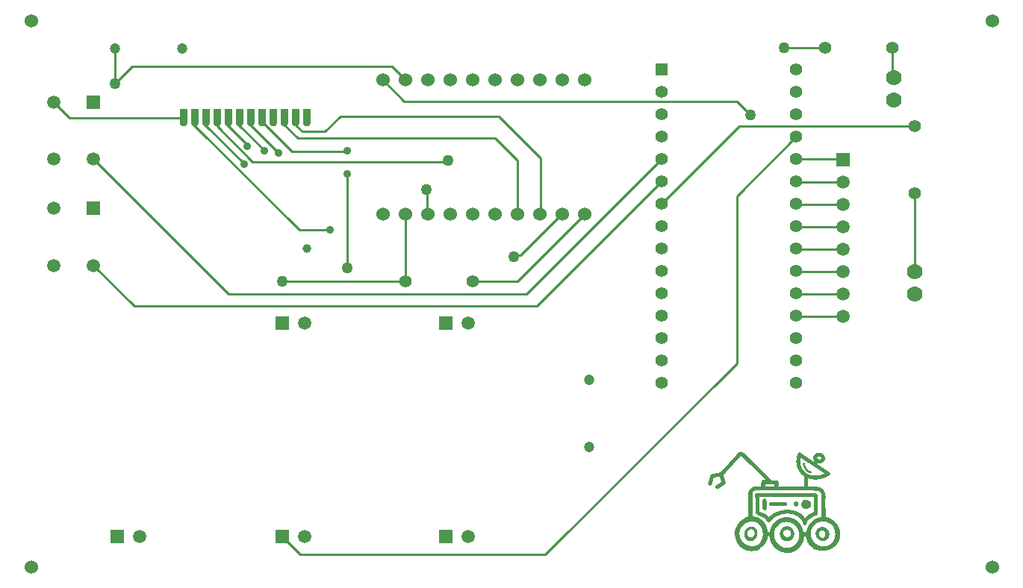
<source format=gtl>
G04*
G04 #@! TF.GenerationSoftware,Altium Limited,Altium Designer,22.5.1 (42)*
G04*
G04 Layer_Physical_Order=1*
G04 Layer_Color=255*
%FSLAX44Y44*%
%MOMM*%
G71*
G04*
G04 #@! TF.SameCoordinates,59833303-F81C-41AE-A648-6339ECF52ADC*
G04*
G04*
G04 #@! TF.FilePolarity,Positive*
G04*
G01*
G75*
%ADD13C,0.2540*%
%ADD15C,0.0254*%
%ADD25C,1.4140*%
%ADD26R,1.4140X1.4140*%
%ADD31C,1.2000*%
%ADD32C,1.0000*%
%ADD33C,1.4980*%
%ADD34R,1.4980X1.4980*%
%ADD35C,1.5000*%
%ADD36R,1.5000X1.5000*%
%ADD37C,1.4000*%
%ADD38C,1.5240*%
%ADD39R,1.5000X1.5000*%
%ADD40C,1.7780*%
%ADD41C,1.2700*%
%ADD42C,0.9000*%
G36*
X338141Y525511D02*
Y525117D01*
X337987Y524344D01*
X337685Y523616D01*
X337248Y522961D01*
X336690Y522404D01*
X336035Y521966D01*
X335307Y521665D01*
X334534Y521511D01*
X333747D01*
X332974Y521665D01*
X332246Y521966D01*
X331591Y522404D01*
X331034Y522961D01*
X330596Y523616D01*
X330294Y524344D01*
X330140Y525117D01*
Y525511D01*
Y541511D01*
X338141D01*
Y525511D01*
D02*
G37*
G36*
X325441D02*
Y525117D01*
X325287Y524344D01*
X324985Y523616D01*
X324548Y522961D01*
X323990Y522404D01*
X323335Y521966D01*
X322607Y521665D01*
X321834Y521511D01*
X321047D01*
X320274Y521665D01*
X319546Y521966D01*
X318891Y522404D01*
X318333Y522961D01*
X317896Y523616D01*
X317594Y524344D01*
X317440Y525117D01*
Y525511D01*
Y541511D01*
X325441D01*
Y525511D01*
D02*
G37*
G36*
X312741D02*
Y525117D01*
X312587Y524344D01*
X312285Y523616D01*
X311848Y522961D01*
X311290Y522404D01*
X310635Y521966D01*
X309907Y521665D01*
X309135Y521511D01*
X308347D01*
X307574Y521665D01*
X306846Y521966D01*
X306191Y522404D01*
X305634Y522961D01*
X305196Y523616D01*
X304894Y524344D01*
X304741Y525117D01*
Y525511D01*
Y541511D01*
X312741D01*
Y525511D01*
D02*
G37*
G36*
X300041D02*
Y525117D01*
X299887Y524344D01*
X299585Y523616D01*
X299148Y522961D01*
X298590Y522404D01*
X297935Y521966D01*
X297207Y521665D01*
X296434Y521511D01*
X295647D01*
X294874Y521665D01*
X294146Y521966D01*
X293491Y522404D01*
X292934Y522961D01*
X292496Y523616D01*
X292194Y524344D01*
X292041Y525117D01*
Y525511D01*
Y541511D01*
X300041D01*
Y525511D01*
D02*
G37*
G36*
X287341D02*
Y525117D01*
X287187Y524344D01*
X286885Y523616D01*
X286448Y522961D01*
X285890Y522404D01*
X285235Y521966D01*
X284507Y521665D01*
X283734Y521511D01*
X282947D01*
X282174Y521665D01*
X281446Y521966D01*
X280791Y522404D01*
X280233Y522961D01*
X279796Y523616D01*
X279494Y524344D01*
X279340Y525117D01*
Y525511D01*
Y541511D01*
X287341D01*
Y525511D01*
D02*
G37*
G36*
X274641D02*
Y525117D01*
X274487Y524344D01*
X274185Y523616D01*
X273748Y522961D01*
X273190Y522404D01*
X272535Y521966D01*
X271807Y521665D01*
X271035Y521511D01*
X270247D01*
X269474Y521665D01*
X268746Y521966D01*
X268091Y522404D01*
X267533Y522961D01*
X267096Y523616D01*
X266794Y524344D01*
X266640Y525117D01*
Y525511D01*
Y541511D01*
X274641D01*
Y525511D01*
D02*
G37*
G36*
X261941D02*
Y525117D01*
X261787Y524344D01*
X261485Y523616D01*
X261048Y522961D01*
X260490Y522404D01*
X259835Y521966D01*
X259107Y521665D01*
X258335Y521511D01*
X257547D01*
X256774Y521665D01*
X256046Y521966D01*
X255391Y522404D01*
X254834Y522961D01*
X254396Y523616D01*
X254094Y524344D01*
X253941Y525117D01*
Y525511D01*
Y541511D01*
X261941D01*
Y525511D01*
D02*
G37*
G36*
X249241D02*
Y525117D01*
X249087Y524344D01*
X248785Y523616D01*
X248348Y522961D01*
X247790Y522404D01*
X247135Y521966D01*
X246407Y521665D01*
X245634Y521511D01*
X244847D01*
X244074Y521665D01*
X243346Y521966D01*
X242691Y522404D01*
X242134Y522961D01*
X241696Y523616D01*
X241394Y524344D01*
X241241Y525117D01*
Y525511D01*
Y541511D01*
X249241D01*
Y525511D01*
D02*
G37*
G36*
X236541D02*
Y525117D01*
X236387Y524344D01*
X236085Y523616D01*
X235648Y522961D01*
X235090Y522404D01*
X234435Y521966D01*
X233707Y521665D01*
X232934Y521511D01*
X232147D01*
X231374Y521665D01*
X230646Y521966D01*
X229991Y522404D01*
X229433Y522961D01*
X228996Y523616D01*
X228694Y524344D01*
X228540Y525117D01*
Y525511D01*
Y541511D01*
X236541D01*
Y525511D01*
D02*
G37*
G36*
X223841D02*
Y525117D01*
X223687Y524344D01*
X223385Y523616D01*
X222948Y522961D01*
X222390Y522404D01*
X221735Y521966D01*
X221007Y521665D01*
X220235Y521511D01*
X219447D01*
X218674Y521665D01*
X217946Y521966D01*
X217291Y522404D01*
X216733Y522961D01*
X216296Y523616D01*
X215994Y524344D01*
X215840Y525117D01*
Y525511D01*
Y541511D01*
X223841D01*
Y525511D01*
D02*
G37*
G36*
X211141D02*
Y525117D01*
X210987Y524344D01*
X210685Y523616D01*
X210248Y522961D01*
X209690Y522404D01*
X209035Y521966D01*
X208307Y521665D01*
X207535Y521511D01*
X206747D01*
X205974Y521665D01*
X205246Y521966D01*
X204591Y522404D01*
X204034Y522961D01*
X203596Y523616D01*
X203294Y524344D01*
X203141Y525117D01*
Y525511D01*
Y541511D01*
X211141D01*
Y525511D01*
D02*
G37*
G36*
X198441D02*
Y525117D01*
X198287Y524344D01*
X197985Y523616D01*
X197548Y522961D01*
X196990Y522404D01*
X196335Y521966D01*
X195607Y521665D01*
X194834Y521511D01*
X194047D01*
X193274Y521665D01*
X192546Y521966D01*
X191891Y522404D01*
X191334Y522961D01*
X190896Y523616D01*
X190594Y524344D01*
X190441Y525117D01*
Y525511D01*
Y541511D01*
X198441D01*
Y525511D01*
D02*
G37*
G36*
X826637Y152324D02*
X828059D01*
Y152040D01*
X828628D01*
Y151756D01*
X828912D01*
Y151471D01*
X829196D01*
Y151187D01*
X829765D01*
Y150903D01*
X830049D01*
Y150618D01*
X830334D01*
Y150334D01*
X830618D01*
Y150050D01*
X830902D01*
Y149765D01*
X831187D01*
Y149481D01*
X831471D01*
Y149197D01*
X831755D01*
Y148912D01*
X832040D01*
Y148628D01*
X832324D01*
Y148344D01*
X832608D01*
Y148059D01*
X832893D01*
Y147775D01*
X833177D01*
Y147491D01*
X833461D01*
Y147206D01*
X833745D01*
Y146922D01*
X834030D01*
Y146638D01*
X834314D01*
Y146353D01*
X834598D01*
Y146069D01*
X834883D01*
Y145785D01*
X835167D01*
Y145500D01*
X835452D01*
Y145216D01*
X835736D01*
Y144932D01*
X836020D01*
Y144647D01*
X836304D01*
Y144363D01*
X836589D01*
Y144079D01*
X836873D01*
Y143794D01*
X837158D01*
Y143510D01*
X837442D01*
Y143226D01*
X837726D01*
Y142941D01*
X838010D01*
Y142657D01*
X838295D01*
Y142373D01*
X838579D01*
Y142088D01*
X838863D01*
Y141804D01*
X839148D01*
Y141520D01*
X839432D01*
Y141235D01*
X839716D01*
Y140951D01*
X840001D01*
Y140667D01*
X840285D01*
Y140382D01*
X840569D01*
Y140098D01*
X840854D01*
Y139814D01*
X841422D01*
Y139529D01*
X841707D01*
Y139245D01*
X841991D01*
Y138961D01*
X842275D01*
Y138676D01*
X842560D01*
Y138392D01*
X842844D01*
Y138108D01*
X843128D01*
Y137823D01*
X843413D01*
Y137539D01*
X843697D01*
Y137255D01*
X843981D01*
Y136971D01*
X844266D01*
Y136686D01*
X844550D01*
Y136402D01*
X844834D01*
Y136117D01*
X845119D01*
Y135833D01*
X845403D01*
Y135549D01*
X845687D01*
Y135265D01*
X845972D01*
Y134980D01*
X846256D01*
Y134696D01*
X846540D01*
Y134411D01*
X846825D01*
Y134127D01*
X847109D01*
Y133843D01*
X847393D01*
Y133559D01*
X847678D01*
Y133274D01*
X847962D01*
Y132990D01*
X848246D01*
Y132705D01*
X848531D01*
Y132421D01*
X848815D01*
Y132137D01*
X849099D01*
Y131853D01*
X849384D01*
Y131568D01*
X849668D01*
Y131284D01*
X849952D01*
Y131000D01*
X850237D01*
Y130715D01*
X850521D01*
Y130431D01*
X850805D01*
Y130147D01*
X851090D01*
Y129862D01*
X851374D01*
Y129578D01*
X851658D01*
Y129294D01*
X851943D01*
Y129009D01*
X852227D01*
Y128725D01*
X852795D01*
Y128441D01*
X853080D01*
Y128156D01*
X853364D01*
Y127872D01*
X853649D01*
Y127588D01*
X853933D01*
Y127303D01*
X854217D01*
Y127019D01*
X854501D01*
Y126735D01*
X854786D01*
Y126450D01*
X855070D01*
Y126166D01*
X855355D01*
Y125882D01*
X855639D01*
Y125597D01*
X855923D01*
Y125313D01*
X856208D01*
Y125029D01*
X856492D01*
Y124744D01*
X856776D01*
Y124460D01*
X857060D01*
Y124176D01*
X857345D01*
Y123891D01*
X857629D01*
Y123607D01*
X857913D01*
Y123323D01*
X858198D01*
Y123038D01*
X858482D01*
Y122754D01*
X858766D01*
Y122470D01*
X859051D01*
Y122185D01*
X859335D01*
Y121901D01*
X859619D01*
Y121617D01*
X859904D01*
Y121332D01*
X860188D01*
Y121048D01*
X860472D01*
Y120764D01*
X860757D01*
Y120479D01*
X861041D01*
Y120195D01*
X861325D01*
Y119911D01*
X866728D01*
Y119626D01*
X867865D01*
Y119342D01*
X868149D01*
Y119058D01*
X868434D01*
Y118773D01*
X868718D01*
Y117921D01*
X869002D01*
Y113940D01*
X868718D01*
Y113087D01*
X892886D01*
Y112802D01*
X898288D01*
Y124460D01*
X898004D01*
Y124744D01*
X897435D01*
Y125029D01*
X897151D01*
Y125313D01*
X896866D01*
Y125597D01*
X896298D01*
Y125882D01*
X896013D01*
Y126166D01*
X895729D01*
Y126450D01*
X895445D01*
Y126735D01*
X895160D01*
Y127019D01*
X894876D01*
Y127303D01*
X894592D01*
Y127588D01*
X894307D01*
Y127872D01*
X894023D01*
Y128156D01*
X893739D01*
Y128725D01*
X893455D01*
Y129009D01*
X893170D01*
Y129294D01*
X892886D01*
Y129862D01*
X892601D01*
Y130147D01*
X892317D01*
Y130715D01*
X892033D01*
Y131284D01*
X891749D01*
Y131853D01*
X891464D01*
Y132421D01*
X891180D01*
Y132990D01*
X890895D01*
Y133559D01*
X890611D01*
Y134411D01*
X890327D01*
Y135265D01*
X890042D01*
Y136402D01*
X889758D01*
Y137823D01*
X889474D01*
Y140382D01*
X889190D01*
Y142657D01*
X889474D01*
Y145216D01*
X889758D01*
Y146922D01*
X890042D01*
Y148059D01*
X890327D01*
Y148912D01*
X890611D01*
Y149765D01*
X890895D01*
Y150618D01*
X891180D01*
Y150903D01*
X891464D01*
Y151471D01*
X892033D01*
Y151756D01*
X892601D01*
Y152040D01*
X893455D01*
Y151756D01*
X894307D01*
Y151471D01*
X894592D01*
Y151187D01*
X894876D01*
Y150618D01*
X895160D01*
Y150334D01*
X895445D01*
Y150050D01*
X895729D01*
Y149765D01*
X896298D01*
Y149481D01*
X896582D01*
Y149197D01*
X897151D01*
Y148912D01*
X897435D01*
Y148628D01*
X898004D01*
Y148344D01*
X898288D01*
Y148059D01*
X898857D01*
Y147775D01*
X899141D01*
Y147491D01*
X899710D01*
Y147206D01*
X899994D01*
Y146922D01*
X900563D01*
Y146638D01*
X900847D01*
Y146353D01*
X901416D01*
Y146069D01*
X901700D01*
Y145785D01*
X902269D01*
Y145500D01*
X902553D01*
Y145216D01*
X903122D01*
Y144932D01*
X903406D01*
Y144647D01*
X903975D01*
Y144363D01*
X904259D01*
Y144079D01*
X904828D01*
Y143794D01*
X905112D01*
Y143510D01*
X905681D01*
Y143226D01*
X905965D01*
Y142941D01*
X906534D01*
Y142657D01*
X906818D01*
Y142373D01*
X907387D01*
Y142088D01*
X907671D01*
Y141804D01*
X908240D01*
Y141520D01*
X908524D01*
Y141235D01*
X909092D01*
Y141520D01*
X909377D01*
Y142373D01*
X909092D01*
Y142657D01*
X908808D01*
Y143226D01*
X908524D01*
Y144363D01*
X908240D01*
Y146353D01*
X908524D01*
Y147491D01*
X908808D01*
Y148059D01*
X909092D01*
Y148628D01*
X909377D01*
Y148912D01*
X909661D01*
Y149197D01*
X909946D01*
Y149481D01*
X910230D01*
Y149765D01*
X910514D01*
Y150050D01*
X910798D01*
Y150334D01*
X911367D01*
Y150618D01*
X911936D01*
Y150903D01*
X912789D01*
Y151187D01*
X913926D01*
Y151471D01*
X915916D01*
Y151187D01*
X917054D01*
Y150903D01*
X917907D01*
Y150618D01*
X918475D01*
Y150334D01*
X919044D01*
Y150050D01*
X919328D01*
Y149765D01*
X919897D01*
Y149481D01*
X920181D01*
Y149197D01*
X920466D01*
Y148628D01*
X920750D01*
Y148344D01*
X921034D01*
Y147775D01*
X921319D01*
Y147206D01*
X921603D01*
Y146353D01*
X921887D01*
Y144079D01*
X921603D01*
Y142941D01*
X921319D01*
Y142373D01*
X921034D01*
Y142088D01*
X920750D01*
Y141520D01*
X920466D01*
Y141235D01*
X920181D01*
Y140951D01*
X919897D01*
Y140667D01*
X919328D01*
Y140382D01*
X919044D01*
Y140098D01*
X918475D01*
Y139814D01*
X917907D01*
Y139529D01*
X917054D01*
Y139245D01*
X913357D01*
Y139529D01*
X912505D01*
Y138676D01*
X912789D01*
Y138392D01*
X913357D01*
Y138108D01*
X913642D01*
Y137823D01*
X914210D01*
Y137539D01*
X914495D01*
Y137255D01*
X915063D01*
Y136971D01*
X915348D01*
Y136686D01*
X915916D01*
Y136402D01*
X916201D01*
Y136117D01*
X916769D01*
Y135833D01*
X917054D01*
Y135549D01*
X917622D01*
Y135265D01*
X917907D01*
Y134980D01*
X918475D01*
Y134696D01*
X918760D01*
Y134411D01*
X919328D01*
Y134127D01*
X919613D01*
Y133843D01*
X920181D01*
Y133559D01*
X920466D01*
Y133274D01*
X921034D01*
Y132990D01*
X921319D01*
Y132705D01*
X921887D01*
Y132421D01*
X922172D01*
Y132137D01*
X922740D01*
Y131853D01*
X923025D01*
Y131568D01*
X923593D01*
Y131284D01*
X923878D01*
Y131000D01*
X924446D01*
Y130715D01*
X924731D01*
Y130431D01*
X925015D01*
Y130147D01*
X925584D01*
Y129862D01*
X926152D01*
Y129578D01*
X926437D01*
Y129294D01*
X926721D01*
Y129009D01*
X927005D01*
Y128725D01*
X927290D01*
Y128441D01*
X927574D01*
Y127872D01*
X927858D01*
Y127588D01*
X927574D01*
Y126735D01*
X927290D01*
Y126166D01*
X927005D01*
Y125882D01*
X926721D01*
Y125597D01*
X926437D01*
Y125313D01*
X925868D01*
Y125029D01*
X925584D01*
Y124744D01*
X925015D01*
Y124460D01*
X924446D01*
Y124176D01*
X923878D01*
Y123891D01*
X923309D01*
Y123607D01*
X922740D01*
Y123323D01*
X922172D01*
Y123038D01*
X921319D01*
Y122754D01*
X920750D01*
Y122470D01*
X919897D01*
Y122185D01*
X919044D01*
Y121901D01*
X917907D01*
Y121617D01*
X916769D01*
Y121332D01*
X915348D01*
Y121048D01*
X913073D01*
Y120764D01*
X908524D01*
Y121048D01*
X906249D01*
Y121332D01*
X905112D01*
Y121617D01*
X903975D01*
Y121901D01*
X903122D01*
Y122185D01*
X902837D01*
Y121901D01*
X902553D01*
Y121617D01*
X902837D01*
Y112802D01*
X913357D01*
Y112518D01*
X915063D01*
Y112234D01*
X915916D01*
Y111950D01*
X916485D01*
Y111665D01*
X917054D01*
Y111381D01*
X917622D01*
Y111097D01*
X917907D01*
Y110812D01*
X918475D01*
Y110528D01*
X918760D01*
Y110244D01*
X919044D01*
Y109959D01*
X919328D01*
Y109675D01*
X919613D01*
Y109391D01*
X919897D01*
Y109106D01*
X920181D01*
Y108538D01*
X920466D01*
Y108253D01*
X920750D01*
Y107685D01*
X921034D01*
Y107116D01*
X921319D01*
Y106547D01*
X921603D01*
Y105694D01*
X921887D01*
Y104841D01*
X922172D01*
Y103135D01*
X922456D01*
Y99439D01*
X922172D01*
Y88350D01*
X922456D01*
Y80673D01*
X922740D01*
Y80389D01*
X922456D01*
Y79252D01*
X922740D01*
Y78683D01*
X922456D01*
Y78399D01*
X923593D01*
Y78115D01*
X924731D01*
Y77830D01*
X925584D01*
Y77546D01*
X926152D01*
Y77262D01*
X927005D01*
Y76977D01*
X927574D01*
Y76693D01*
X927858D01*
Y76977D01*
X928427D01*
Y76693D01*
X928142D01*
Y76409D01*
X928427D01*
Y76124D01*
X928996D01*
Y75840D01*
X929564D01*
Y75556D01*
X929848D01*
Y75271D01*
X930133D01*
Y74987D01*
X930702D01*
Y74703D01*
X930986D01*
Y74418D01*
X931270D01*
Y74134D01*
X932123D01*
Y72997D01*
X933260D01*
Y72712D01*
X933545D01*
Y72428D01*
X933829D01*
Y71575D01*
X934682D01*
Y71006D01*
X934966D01*
Y70722D01*
X935251D01*
Y70438D01*
X935535D01*
Y69869D01*
X935819D01*
Y69585D01*
X936104D01*
Y69300D01*
X935819D01*
Y69016D01*
X936388D01*
Y68732D01*
X936672D01*
Y68163D01*
X936957D01*
Y67879D01*
X936672D01*
Y67594D01*
X937241D01*
Y67310D01*
X937525D01*
Y66741D01*
X937241D01*
Y66457D01*
X937810D01*
Y65888D01*
X938094D01*
Y65035D01*
X938378D01*
Y64182D01*
X938663D01*
Y63329D01*
X938947D01*
Y61908D01*
X939231D01*
Y60486D01*
X938663D01*
Y60202D01*
X938947D01*
Y59633D01*
X939231D01*
Y57927D01*
X938947D01*
Y57074D01*
X939231D01*
Y55652D01*
X938947D01*
Y54515D01*
X938663D01*
Y53662D01*
X938378D01*
Y53378D01*
X938094D01*
Y53094D01*
X938378D01*
Y52525D01*
X938094D01*
Y51956D01*
X937810D01*
Y51388D01*
X937525D01*
Y50535D01*
X937241D01*
Y50250D01*
X936672D01*
Y49966D01*
X936957D01*
Y49682D01*
X936388D01*
Y49397D01*
X936672D01*
Y49113D01*
X936388D01*
Y48829D01*
X935819D01*
Y48544D01*
X936104D01*
Y48260D01*
X935819D01*
Y47691D01*
X935535D01*
Y47407D01*
X935251D01*
Y47123D01*
X934966D01*
Y46838D01*
X934398D01*
Y46270D01*
X934113D01*
Y45985D01*
X933545D01*
Y45701D01*
X933829D01*
Y45417D01*
X933545D01*
Y45132D01*
X933260D01*
Y44848D01*
X932976D01*
Y44564D01*
X932408D01*
Y44279D01*
X932123D01*
Y43995D01*
X931270D01*
Y43426D01*
X930986D01*
Y43142D01*
X930702D01*
Y43426D01*
X930417D01*
Y42858D01*
X928996D01*
Y42573D01*
X928711D01*
Y42289D01*
X928142D01*
Y42005D01*
X927574D01*
Y41720D01*
X926721D01*
Y41436D01*
X925868D01*
Y41152D01*
X925015D01*
Y40868D01*
X923593D01*
Y40583D01*
X922172D01*
Y40299D01*
X919613D01*
Y40015D01*
X917338D01*
Y40299D01*
X915348D01*
Y40583D01*
X913926D01*
Y40868D01*
X913073D01*
Y41152D01*
X912220D01*
Y41436D01*
X910798D01*
Y41720D01*
X910230D01*
Y42005D01*
X909377D01*
Y42289D01*
X908524D01*
Y42573D01*
X908240D01*
Y42858D01*
X908524D01*
Y43142D01*
X907671D01*
Y43711D01*
X907102D01*
Y43995D01*
X906534D01*
Y44279D01*
X906249D01*
Y44564D01*
X905965D01*
Y44848D01*
X905681D01*
Y45132D01*
X905396D01*
Y45417D01*
X905112D01*
Y45701D01*
X904828D01*
Y45985D01*
X905112D01*
Y46270D01*
X904828D01*
Y46554D01*
X904543D01*
Y46270D01*
X904259D01*
Y46554D01*
X903975D01*
Y46838D01*
X904259D01*
Y47407D01*
X903975D01*
Y47123D01*
X903690D01*
Y47407D01*
X903406D01*
Y47691D01*
X903122D01*
Y48260D01*
X902837D01*
Y48544D01*
X903122D01*
Y48829D01*
X902553D01*
Y49113D01*
X902269D01*
Y49682D01*
X901984D01*
Y49966D01*
X902269D01*
Y50250D01*
X901700D01*
Y50819D01*
X901416D01*
Y51672D01*
X901131D01*
Y52241D01*
X900847D01*
Y53094D01*
X900563D01*
Y53947D01*
X900847D01*
Y54231D01*
X900563D01*
Y54515D01*
X900278D01*
Y55368D01*
X899994D01*
Y56505D01*
X898288D01*
Y54800D01*
X898004D01*
Y54515D01*
X897719D01*
Y54231D01*
X897435D01*
Y53947D01*
X898004D01*
Y53094D01*
X897719D01*
Y51956D01*
X897435D01*
Y51388D01*
X897151D01*
Y51103D01*
X896866D01*
Y50819D01*
X897151D01*
Y50250D01*
X896866D01*
Y49682D01*
X896582D01*
Y49113D01*
X896298D01*
Y48544D01*
X896013D01*
Y47976D01*
X895729D01*
Y47407D01*
X895445D01*
Y47123D01*
X895160D01*
Y46554D01*
X894876D01*
Y46270D01*
X894592D01*
Y45701D01*
X894307D01*
Y45417D01*
X894023D01*
Y45132D01*
X893739D01*
Y44564D01*
X893170D01*
Y43995D01*
X892886D01*
Y43711D01*
X892601D01*
Y43426D01*
X892317D01*
Y43142D01*
X892033D01*
Y42858D01*
X891749D01*
Y42573D01*
X891464D01*
Y42289D01*
X891180D01*
Y42573D01*
X890895D01*
Y41720D01*
X890327D01*
Y41436D01*
X890042D01*
Y41152D01*
X889758D01*
Y40868D01*
X888905D01*
Y40583D01*
X888337D01*
Y40015D01*
X887768D01*
Y39730D01*
X887199D01*
Y39446D01*
X886915D01*
Y39162D01*
X886346D01*
Y39446D01*
X886062D01*
Y39162D01*
X885493D01*
Y38593D01*
X885209D01*
Y38877D01*
X884925D01*
Y38593D01*
X884356D01*
Y38308D01*
X883787D01*
Y38024D01*
X882934D01*
Y37740D01*
X880944D01*
Y37455D01*
X876963D01*
Y38024D01*
X874973D01*
Y38308D01*
X873836D01*
Y38593D01*
X872983D01*
Y38877D01*
X872130D01*
Y39162D01*
X871277D01*
Y39446D01*
X870708D01*
Y39730D01*
X869855D01*
Y40015D01*
X869571D01*
Y40299D01*
X869002D01*
Y40583D01*
X868434D01*
Y40868D01*
X868149D01*
Y41152D01*
X867581D01*
Y41436D01*
X867296D01*
Y41720D01*
X866728D01*
Y42005D01*
X866443D01*
Y42289D01*
X866159D01*
Y42573D01*
X865875D01*
Y42858D01*
X865590D01*
Y43142D01*
X865022D01*
Y43426D01*
X864737D01*
Y43995D01*
X864169D01*
Y44564D01*
X863884D01*
Y44848D01*
X863600D01*
Y45132D01*
X863316D01*
Y45417D01*
X863031D01*
Y45701D01*
X862747D01*
Y46270D01*
X862463D01*
Y46554D01*
X862178D01*
Y47123D01*
X861894D01*
Y47407D01*
X861610D01*
Y47976D01*
X861325D01*
Y48544D01*
X861041D01*
Y49113D01*
X860757D01*
Y49682D01*
X860472D01*
Y50250D01*
X860188D01*
Y51103D01*
X859904D01*
Y51672D01*
X859619D01*
Y52809D01*
X859335D01*
Y53947D01*
X859051D01*
Y55084D01*
X858766D01*
Y57074D01*
X857345D01*
Y56221D01*
X857060D01*
Y54515D01*
X856776D01*
Y53662D01*
X856492D01*
Y52809D01*
X856208D01*
Y51956D01*
X855923D01*
Y51388D01*
X855639D01*
Y50819D01*
X855355D01*
Y50250D01*
X855070D01*
Y49682D01*
X854786D01*
Y49397D01*
X854501D01*
Y48829D01*
X854217D01*
Y48544D01*
X853933D01*
Y47976D01*
X853649D01*
Y47691D01*
X853364D01*
Y47407D01*
X853080D01*
Y46838D01*
X852795D01*
Y46554D01*
X852511D01*
Y46270D01*
X852227D01*
Y45985D01*
X851943D01*
Y45701D01*
X851658D01*
Y45417D01*
X851374D01*
Y45132D01*
X850805D01*
Y44848D01*
X850521D01*
Y44564D01*
X850237D01*
Y44279D01*
X849952D01*
Y43995D01*
X849384D01*
Y43711D01*
X849099D01*
Y43426D01*
X848815D01*
Y43142D01*
X848531D01*
Y42858D01*
X848246D01*
Y42573D01*
X848531D01*
Y42289D01*
X848246D01*
Y42573D01*
X847962D01*
Y42289D01*
X847678D01*
Y42005D01*
X847393D01*
Y41720D01*
X846825D01*
Y41436D01*
X846540D01*
Y41152D01*
X846256D01*
Y40868D01*
X845687D01*
Y40583D01*
X842560D01*
Y40299D01*
X841422D01*
Y40015D01*
X839716D01*
Y39730D01*
X836873D01*
Y40015D01*
X834598D01*
Y40299D01*
X833461D01*
Y40583D01*
X832324D01*
Y40868D01*
X831471D01*
Y41152D01*
X830902D01*
Y41436D01*
X830334D01*
Y41720D01*
X829765D01*
Y42005D01*
X829196D01*
Y42289D01*
X828628D01*
Y42573D01*
X828343D01*
Y42858D01*
X827775D01*
Y43142D01*
X827490D01*
Y43426D01*
X827206D01*
Y43711D01*
X826637D01*
Y43995D01*
X826353D01*
Y44279D01*
X826069D01*
Y44564D01*
X825784D01*
Y44848D01*
X825500D01*
Y45132D01*
X825216D01*
Y45417D01*
X824931D01*
Y45701D01*
X824647D01*
Y45985D01*
X824363D01*
Y46270D01*
X824078D01*
Y46554D01*
X823794D01*
Y47123D01*
X823510D01*
Y47407D01*
X823225D01*
Y47691D01*
X822941D01*
Y48260D01*
X822657D01*
Y48829D01*
X822372D01*
Y49113D01*
X822088D01*
Y49682D01*
X821804D01*
Y50250D01*
X821519D01*
Y50819D01*
X821235D01*
Y51672D01*
X820951D01*
Y52525D01*
X820666D01*
Y53378D01*
X820382D01*
Y54515D01*
X820098D01*
Y56221D01*
X819813D01*
Y60202D01*
X819529D01*
Y59917D01*
X818960D01*
Y59633D01*
X818392D01*
Y60202D01*
X818676D01*
Y60486D01*
X819245D01*
Y61055D01*
X819813D01*
Y61908D01*
X819529D01*
Y63045D01*
X819813D01*
Y64182D01*
X820098D01*
Y65035D01*
X820666D01*
Y65320D01*
X820382D01*
Y65888D01*
X820666D01*
Y66457D01*
X820951D01*
Y67026D01*
X821519D01*
Y67310D01*
X821235D01*
Y67594D01*
X821804D01*
Y67879D01*
X821519D01*
Y68163D01*
X821804D01*
Y68732D01*
X822088D01*
Y69300D01*
X822372D01*
Y69585D01*
X822941D01*
Y69869D01*
X822657D01*
Y70153D01*
X822941D01*
Y70438D01*
X823225D01*
Y70722D01*
X823510D01*
Y71291D01*
X823794D01*
Y71575D01*
X824078D01*
Y71859D01*
X824363D01*
Y72428D01*
X824647D01*
Y72712D01*
X824931D01*
Y72997D01*
X825216D01*
Y73281D01*
X825500D01*
Y73565D01*
X825784D01*
Y73850D01*
X826069D01*
Y74134D01*
X826637D01*
Y74418D01*
X826922D01*
Y74987D01*
X827206D01*
Y75271D01*
X827775D01*
Y75556D01*
X828059D01*
Y75840D01*
X828343D01*
Y76124D01*
X829196D01*
Y76693D01*
X829481D01*
Y76977D01*
X830049D01*
Y77262D01*
X830902D01*
Y77546D01*
X831187D01*
Y77830D01*
X831471D01*
Y78115D01*
X832040D01*
Y78399D01*
X833177D01*
Y78683D01*
X833461D01*
Y78399D01*
X833745D01*
Y78967D01*
X834030D01*
Y79252D01*
X834314D01*
Y89488D01*
X834598D01*
Y95174D01*
X834314D01*
Y95743D01*
X834030D01*
Y96027D01*
X834598D01*
Y95743D01*
X834883D01*
Y100861D01*
X834598D01*
Y101145D01*
X834883D01*
Y101429D01*
X834598D01*
Y102567D01*
X834883D01*
Y103135D01*
X834598D01*
Y105979D01*
X834883D01*
Y106832D01*
X835167D01*
Y107969D01*
X835452D01*
Y108538D01*
X835736D01*
Y109106D01*
X836020D01*
Y109391D01*
X836589D01*
Y109675D01*
X836873D01*
Y109959D01*
X837158D01*
Y110244D01*
X837442D01*
Y110528D01*
X837726D01*
Y110812D01*
X838010D01*
Y111097D01*
X838579D01*
Y111381D01*
X838863D01*
Y111665D01*
X839148D01*
Y111950D01*
X839716D01*
Y112234D01*
X840285D01*
Y112518D01*
X840854D01*
Y112802D01*
X841707D01*
Y113087D01*
X843128D01*
Y113371D01*
X849384D01*
Y116783D01*
Y117067D01*
X849668D01*
Y118773D01*
X849952D01*
Y119342D01*
X850237D01*
Y119626D01*
X850521D01*
Y119911D01*
X850805D01*
Y120195D01*
X851943D01*
Y120479D01*
X853364D01*
Y120195D01*
X854786D01*
Y120479D01*
X854501D01*
Y120764D01*
X854217D01*
Y121048D01*
X853933D01*
Y121332D01*
X853649D01*
Y121617D01*
X853364D01*
Y121901D01*
X853080D01*
Y122185D01*
X852795D01*
Y122470D01*
X852511D01*
Y122754D01*
X852227D01*
Y123038D01*
X851943D01*
Y123323D01*
X851658D01*
Y123607D01*
X851374D01*
Y123891D01*
X851090D01*
Y124176D01*
X850805D01*
Y124460D01*
X850521D01*
Y124744D01*
X850237D01*
Y125029D01*
X849952D01*
Y125313D01*
X849668D01*
Y125597D01*
X849384D01*
Y125882D01*
X848815D01*
Y126166D01*
X848531D01*
Y126450D01*
X848246D01*
Y126735D01*
X847962D01*
Y127019D01*
X847678D01*
Y127303D01*
X847393D01*
Y127588D01*
X847109D01*
Y127872D01*
X846825D01*
Y128156D01*
X846540D01*
Y128441D01*
X846256D01*
Y128725D01*
X845972D01*
Y129009D01*
X845687D01*
Y129294D01*
X845403D01*
Y129578D01*
X845119D01*
Y129862D01*
X844834D01*
Y130147D01*
X844550D01*
Y130431D01*
X844266D01*
Y130715D01*
X843981D01*
Y131000D01*
X843697D01*
Y131284D01*
X843413D01*
Y131568D01*
X843128D01*
Y131853D01*
X842844D01*
Y132137D01*
X842560D01*
Y132421D01*
X842275D01*
Y132705D01*
X841991D01*
Y132990D01*
X841707D01*
Y133274D01*
X841422D01*
Y133559D01*
X841138D01*
Y133843D01*
X840854D01*
Y134127D01*
X840569D01*
Y134411D01*
X840285D01*
Y134696D01*
X840001D01*
Y134980D01*
X839716D01*
Y135265D01*
X839432D01*
Y135549D01*
X839148D01*
Y135833D01*
X838863D01*
Y136117D01*
X838579D01*
Y136402D01*
X838295D01*
Y136686D01*
X838010D01*
Y136971D01*
X837726D01*
Y137255D01*
X837442D01*
Y137539D01*
X837158D01*
Y137823D01*
X836589D01*
Y138108D01*
X836304D01*
Y138392D01*
X836020D01*
Y138676D01*
X835736D01*
Y138961D01*
X835452D01*
Y139245D01*
X835167D01*
Y139529D01*
X834883D01*
Y139814D01*
X834598D01*
Y140098D01*
X834314D01*
Y140382D01*
X834030D01*
Y140667D01*
X833745D01*
Y140951D01*
X833461D01*
Y141235D01*
X833177D01*
Y141520D01*
X832893D01*
Y141804D01*
X832608D01*
Y142088D01*
X832324D01*
Y142373D01*
X832040D01*
Y142657D01*
X831755D01*
Y142941D01*
X831471D01*
Y143226D01*
X831187D01*
Y143510D01*
X830902D01*
Y143794D01*
X830618D01*
Y144079D01*
X830334D01*
Y144363D01*
X830049D01*
Y144647D01*
X829765D01*
Y144932D01*
X829481D01*
Y145216D01*
X829196D01*
Y145500D01*
X828912D01*
Y145785D01*
X828628D01*
Y146069D01*
X828343D01*
Y146353D01*
X828059D01*
Y146638D01*
X827775D01*
Y146922D01*
X827490D01*
Y147206D01*
X827206D01*
Y147491D01*
X826922D01*
Y147775D01*
X826353D01*
Y147491D01*
X826069D01*
Y147206D01*
X825784D01*
Y146922D01*
X825500D01*
Y146638D01*
X825216D01*
Y146353D01*
X824931D01*
Y146069D01*
X824647D01*
Y145785D01*
X824363D01*
Y145500D01*
X824078D01*
Y145216D01*
X823794D01*
Y144647D01*
X823510D01*
Y144363D01*
X823225D01*
Y144079D01*
X822941D01*
Y143794D01*
X822657D01*
Y143510D01*
X822372D01*
Y143226D01*
X822088D01*
Y142941D01*
X821804D01*
Y142657D01*
X821519D01*
Y142373D01*
X821235D01*
Y142088D01*
X820951D01*
Y141520D01*
X820666D01*
Y141235D01*
X820382D01*
Y140951D01*
X820098D01*
Y140667D01*
X819813D01*
Y140382D01*
X819529D01*
Y140098D01*
X819245D01*
Y139814D01*
X818960D01*
Y139529D01*
X818676D01*
Y139245D01*
X818392D01*
Y138961D01*
X818108D01*
Y138676D01*
X817823D01*
Y138108D01*
X817539D01*
Y137823D01*
X817254D01*
Y137539D01*
X816970D01*
Y137255D01*
X816686D01*
Y136971D01*
X816402D01*
Y136686D01*
X816117D01*
Y136402D01*
X815833D01*
Y136117D01*
X815548D01*
Y135833D01*
X815264D01*
Y135549D01*
X814980D01*
Y135265D01*
X814696D01*
Y134696D01*
X814411D01*
Y134411D01*
X814127D01*
Y134127D01*
X813842D01*
Y133843D01*
X813558D01*
Y133559D01*
X813274D01*
Y133274D01*
X812990D01*
Y132990D01*
X812705D01*
Y132705D01*
X812421D01*
Y132421D01*
X812137D01*
Y131853D01*
X811852D01*
Y131568D01*
X811568D01*
Y131284D01*
X811284D01*
Y131000D01*
X810999D01*
Y130715D01*
X810715D01*
Y130431D01*
X810431D01*
Y130147D01*
X810146D01*
Y129862D01*
X809862D01*
Y129578D01*
X809578D01*
Y129294D01*
X809293D01*
Y129009D01*
X809009D01*
Y128441D01*
X808725D01*
Y128156D01*
X808440D01*
Y127872D01*
X808156D01*
Y127588D01*
X807872D01*
Y127303D01*
X807587D01*
Y127019D01*
X807303D01*
Y126735D01*
X807019D01*
Y126450D01*
X806734D01*
Y126166D01*
X806450D01*
Y125313D01*
X806734D01*
Y124460D01*
X807019D01*
Y123607D01*
X807303D01*
Y122754D01*
X807587D01*
Y121901D01*
X807872D01*
Y121048D01*
X808156D01*
Y120195D01*
X808440D01*
Y119342D01*
X808725D01*
Y118489D01*
X809009D01*
Y117636D01*
X809293D01*
Y117067D01*
X809009D01*
Y116215D01*
X808725D01*
Y115930D01*
X808440D01*
Y115646D01*
X808156D01*
Y115361D01*
X807872D01*
Y115077D01*
X807303D01*
Y114793D01*
X807019D01*
Y114508D01*
X806734D01*
Y114224D01*
X806166D01*
Y113940D01*
X805881D01*
Y113656D01*
X805313D01*
Y113371D01*
X805028D01*
Y113087D01*
X804460D01*
Y112802D01*
X804175D01*
Y112518D01*
X803607D01*
Y112234D01*
X803322D01*
Y111950D01*
X802754D01*
Y111665D01*
X802469D01*
Y111381D01*
X801901D01*
Y111097D01*
X801616D01*
Y110812D01*
X801048D01*
Y110528D01*
X800763D01*
Y110244D01*
X798773D01*
Y110528D01*
X798489D01*
Y110812D01*
X798204D01*
Y111097D01*
X797920D01*
Y111381D01*
X797636D01*
Y113656D01*
X797920D01*
Y113940D01*
X798204D01*
Y114224D01*
X798489D01*
Y114508D01*
X799057D01*
Y114793D01*
X799342D01*
Y115077D01*
X799910D01*
Y115361D01*
X800195D01*
Y115646D01*
X800763D01*
Y115930D01*
X801048D01*
Y116215D01*
X801616D01*
Y116499D01*
X801901D01*
Y116783D01*
X802469D01*
Y117067D01*
X802754D01*
Y117352D01*
X803322D01*
Y117636D01*
X803607D01*
Y117921D01*
X804175D01*
Y119058D01*
X803891D01*
Y119911D01*
X803607D01*
Y120479D01*
X803322D01*
Y121617D01*
X803038D01*
Y122470D01*
X802754D01*
Y123323D01*
X802469D01*
Y124176D01*
X801048D01*
Y123891D01*
X799910D01*
Y123607D01*
X798489D01*
Y123323D01*
X797067D01*
Y123038D01*
X795930D01*
Y122754D01*
X795361D01*
Y121901D01*
X795077D01*
Y120764D01*
X794792D01*
Y119626D01*
X794508D01*
Y118773D01*
X794224D01*
Y117636D01*
X793940D01*
Y116499D01*
X793655D01*
Y115646D01*
X793371D01*
Y115077D01*
X793087D01*
Y114793D01*
X792802D01*
Y114508D01*
X792234D01*
Y114224D01*
X790528D01*
Y114508D01*
X790243D01*
Y114793D01*
X789959D01*
Y115077D01*
X789675D01*
Y115361D01*
X789390D01*
Y117636D01*
X789675D01*
Y118773D01*
X789959D01*
Y119626D01*
X790243D01*
Y120764D01*
X790528D01*
Y121901D01*
X790812D01*
Y123038D01*
X791096D01*
Y124176D01*
X791381D01*
Y125029D01*
X791665D01*
Y125882D01*
X791949D01*
Y126166D01*
X792234D01*
Y126450D01*
X792518D01*
Y126735D01*
X792802D01*
Y127019D01*
X794792D01*
Y127303D01*
X795930D01*
Y127588D01*
X797352D01*
Y127872D01*
X798489D01*
Y128156D01*
X799910D01*
Y128441D01*
X801332D01*
Y128725D01*
X802469D01*
Y129009D01*
X803322D01*
Y129294D01*
X803607D01*
Y129578D01*
X803891D01*
Y129862D01*
X804175D01*
Y130147D01*
X804460D01*
Y130431D01*
X804744D01*
Y130715D01*
X805028D01*
Y131000D01*
X805313D01*
Y131284D01*
X805597D01*
Y131568D01*
X805881D01*
Y131853D01*
X806166D01*
Y132421D01*
X806450D01*
Y132705D01*
X806734D01*
Y132990D01*
X807019D01*
Y133274D01*
X807303D01*
Y133559D01*
X807587D01*
Y133843D01*
X807872D01*
Y134127D01*
X808156D01*
Y134411D01*
X808440D01*
Y134696D01*
X808725D01*
Y134980D01*
X809009D01*
Y135265D01*
X809293D01*
Y135833D01*
X809578D01*
Y136117D01*
X809862D01*
Y136402D01*
X810146D01*
Y136686D01*
X810431D01*
Y136971D01*
X810715D01*
Y137255D01*
X810999D01*
Y137539D01*
X811284D01*
Y137823D01*
X811568D01*
Y138108D01*
X811852D01*
Y138392D01*
X812137D01*
Y138676D01*
X812421D01*
Y139245D01*
X812705D01*
Y139529D01*
X812990D01*
Y139814D01*
X813274D01*
Y140098D01*
X813558D01*
Y140382D01*
X813842D01*
Y140667D01*
X814127D01*
Y140951D01*
X814411D01*
Y141235D01*
X814696D01*
Y141520D01*
X814980D01*
Y141804D01*
X815264D01*
Y142088D01*
X815548D01*
Y142657D01*
X815833D01*
Y142941D01*
X816117D01*
Y143226D01*
X816402D01*
Y143510D01*
X816686D01*
Y143794D01*
X816970D01*
Y144079D01*
X817254D01*
Y144363D01*
X817539D01*
Y144647D01*
X817823D01*
Y144932D01*
X818108D01*
Y145216D01*
X818392D01*
Y145785D01*
X818676D01*
Y146069D01*
X818960D01*
Y146353D01*
X819245D01*
Y146638D01*
X819529D01*
Y146922D01*
X819813D01*
Y147206D01*
X820098D01*
Y147491D01*
X820382D01*
Y147775D01*
X820666D01*
Y148059D01*
X820951D01*
Y148344D01*
X821235D01*
Y148628D01*
X821519D01*
Y149197D01*
X821804D01*
Y149481D01*
X822088D01*
Y149765D01*
X822372D01*
Y150050D01*
X822657D01*
Y150334D01*
X822941D01*
Y150618D01*
X823225D01*
Y150903D01*
X823510D01*
Y151187D01*
X823794D01*
Y151471D01*
X824078D01*
Y151756D01*
X824363D01*
Y152040D01*
X824647D01*
Y152324D01*
X825216D01*
Y152608D01*
X826637D01*
Y152324D01*
D02*
G37*
G36*
X925299Y78115D02*
X924731D01*
Y78399D01*
X925299D01*
Y78115D01*
D02*
G37*
G36*
X925868Y77830D02*
X925584D01*
Y78115D01*
X925868D01*
Y77830D01*
D02*
G37*
G36*
X927290Y77262D02*
X927005D01*
Y77546D01*
X927290D01*
Y77262D01*
D02*
G37*
G36*
X929848Y75840D02*
X929564D01*
Y76124D01*
X929848D01*
Y75840D01*
D02*
G37*
G36*
X931270Y74703D02*
X930986D01*
Y74987D01*
X931270D01*
Y74703D01*
D02*
G37*
G36*
X894876Y43711D02*
X894592D01*
Y43995D01*
X894876D01*
Y43711D01*
D02*
G37*
%LPC*%
G36*
X916201Y146922D02*
X913926D01*
Y146638D01*
X913357D01*
Y146353D01*
X913073D01*
Y146069D01*
X912789D01*
Y144932D01*
X913073D01*
Y144647D01*
X913357D01*
Y144363D01*
X913642D01*
Y144079D01*
X913926D01*
Y143794D01*
X914495D01*
Y143510D01*
X915916D01*
Y143794D01*
X916769D01*
Y144079D01*
X917054D01*
Y144363D01*
X917338D01*
Y144647D01*
Y145785D01*
X917054D01*
Y146353D01*
X916485D01*
Y146638D01*
X916201D01*
Y146922D01*
D02*
G37*
G36*
X894876Y145500D02*
X894023D01*
Y144079D01*
X893739D01*
Y138961D01*
X894023D01*
Y137255D01*
X894307D01*
Y136402D01*
X894592D01*
Y135549D01*
X894876D01*
Y134696D01*
X895160D01*
Y134127D01*
X895445D01*
Y133559D01*
X895729D01*
Y132990D01*
X896013D01*
Y132705D01*
X896298D01*
Y132137D01*
X896582D01*
Y131853D01*
X896866D01*
Y131568D01*
X897151D01*
Y131284D01*
Y131000D01*
X897435D01*
Y130715D01*
X897719D01*
Y130431D01*
X898004D01*
Y130147D01*
X898288D01*
Y129862D01*
X898572D01*
Y129578D01*
X898857D01*
Y129294D01*
X899141D01*
Y129009D01*
X899425D01*
Y128725D01*
X899994D01*
Y128441D01*
X900278D01*
Y128156D01*
X900847D01*
Y127872D01*
X901131D01*
Y127588D01*
X901700D01*
Y127303D01*
X902269D01*
Y127019D01*
X902837D01*
Y126735D01*
X903406D01*
Y126450D01*
X904259D01*
Y126166D01*
X905112D01*
Y125882D01*
X906249D01*
Y125597D01*
X907671D01*
Y125313D01*
X913926D01*
Y125597D01*
X915632D01*
Y125882D01*
X916769D01*
Y126166D01*
X917907D01*
Y126450D01*
X918760D01*
Y126735D01*
X919613D01*
Y127019D01*
X920181D01*
Y127303D01*
X920750D01*
Y127588D01*
X921034D01*
Y127872D01*
X920750D01*
Y128156D01*
X920181D01*
Y128441D01*
X919897D01*
Y128725D01*
X919328D01*
Y129009D01*
X919044D01*
Y129294D01*
X918475D01*
Y129578D01*
X918191D01*
Y129862D01*
X917622D01*
Y130147D01*
X917338D01*
Y130431D01*
X916769D01*
Y130715D01*
X916485D01*
Y131000D01*
X915916D01*
Y131284D01*
X915632D01*
Y131568D01*
X915063D01*
Y131853D01*
X914779D01*
Y132137D01*
X914210D01*
Y132421D01*
X913926D01*
Y132705D01*
X913357D01*
Y132990D01*
X913073D01*
Y133274D01*
X912505D01*
Y133559D01*
X912220D01*
Y133843D01*
X911652D01*
Y134127D01*
X911367D01*
Y134411D01*
X910798D01*
Y134696D01*
X910514D01*
Y134980D01*
X909946D01*
Y135265D01*
X909661D01*
Y135549D01*
X909092D01*
Y135833D01*
X908808D01*
Y136117D01*
X908240D01*
Y136402D01*
X907955D01*
Y136686D01*
X907387D01*
Y136971D01*
X907102D01*
Y137255D01*
X906534D01*
Y137539D01*
X906249D01*
Y137823D01*
X905681D01*
Y138108D01*
X905396D01*
Y138392D01*
X904828D01*
Y138676D01*
X904543D01*
Y138961D01*
X903975D01*
Y139245D01*
X903690D01*
Y139529D01*
X903122D01*
Y139814D01*
X902837D01*
Y140098D01*
X902269D01*
Y140382D01*
X901984D01*
Y140667D01*
X901416D01*
Y140951D01*
X901131D01*
Y141235D01*
X900563D01*
Y141520D01*
X900278D01*
Y141804D01*
X899994D01*
Y142088D01*
X899425D01*
Y142373D01*
X899141D01*
Y142657D01*
X898572D01*
Y142941D01*
X898004D01*
Y143226D01*
X897719D01*
Y143510D01*
X897435D01*
Y143794D01*
X896866D01*
Y144079D01*
X896582D01*
Y144363D01*
X896013D01*
Y144647D01*
X895729D01*
Y144932D01*
X895160D01*
Y145216D01*
X894876D01*
Y145500D01*
D02*
G37*
G36*
X855923Y115930D02*
X853933D01*
Y113087D01*
X864453D01*
Y115361D01*
X863600D01*
Y115646D01*
X855923D01*
Y115930D01*
D02*
G37*
G36*
X863031Y108822D02*
X843128D01*
Y108538D01*
X842560D01*
Y108253D01*
X841991D01*
Y107969D01*
X841422D01*
Y107685D01*
X840854D01*
Y107400D01*
X840569D01*
Y107116D01*
X840285D01*
Y106832D01*
X840001D01*
Y106263D01*
X839716D01*
Y79252D01*
X840001D01*
Y78967D01*
X842275D01*
Y78683D01*
X843697D01*
Y78399D01*
X844550D01*
Y78115D01*
X845403D01*
Y77830D01*
X845972D01*
Y77546D01*
X846825D01*
Y77262D01*
X847109D01*
Y76977D01*
X847678D01*
Y76693D01*
X848246D01*
Y76409D01*
X848531D01*
Y76124D01*
X849099D01*
Y75840D01*
X849384D01*
Y75556D01*
X849952D01*
Y75271D01*
X850237D01*
Y74987D01*
X850521D01*
Y74703D01*
X850805D01*
Y74418D01*
X851090D01*
Y74134D01*
X851374D01*
Y73850D01*
X851658D01*
Y73565D01*
X851943D01*
Y73281D01*
X852227D01*
Y72997D01*
X852511D01*
Y72712D01*
X852795D01*
Y72144D01*
X853080D01*
Y71859D01*
X853364D01*
Y71291D01*
X853649D01*
Y71006D01*
X853933D01*
Y70438D01*
X854217D01*
Y69869D01*
X854501D01*
Y69585D01*
X854786D01*
Y69016D01*
X855070D01*
Y68163D01*
X855355D01*
Y67594D01*
X855639D01*
Y66741D01*
X855923D01*
Y65888D01*
X856208D01*
Y65035D01*
X856492D01*
Y63898D01*
X856776D01*
Y62476D01*
X857060D01*
Y61623D01*
X859051D01*
Y61908D01*
X859335D01*
Y63045D01*
X859619D01*
Y64182D01*
X859904D01*
Y65035D01*
X860188D01*
Y65888D01*
X860472D01*
Y66457D01*
X860757D01*
Y67310D01*
X861041D01*
Y67879D01*
X861325D01*
Y68163D01*
X861610D01*
Y68732D01*
X861894D01*
Y69300D01*
X862178D01*
Y69585D01*
X862463D01*
Y69869D01*
Y70153D01*
X862747D01*
Y70438D01*
X863031D01*
Y71006D01*
X863316D01*
Y71291D01*
X863600D01*
Y71575D01*
X863884D01*
Y71859D01*
X864169D01*
Y72144D01*
X864453D01*
Y72428D01*
X864737D01*
Y72712D01*
X865022D01*
Y72997D01*
X865306D01*
Y73281D01*
X865590D01*
Y73565D01*
X865875D01*
Y73850D01*
X866159D01*
Y74134D01*
X866443D01*
Y74418D01*
X867012D01*
Y74703D01*
X867296D01*
Y74987D01*
X867865D01*
Y75271D01*
X868149D01*
Y75556D01*
X868718D01*
Y75840D01*
X869002D01*
Y76124D01*
X869571D01*
Y76409D01*
X870140D01*
Y76693D01*
X870993D01*
Y76977D01*
X871561D01*
Y77262D01*
X872414D01*
Y77546D01*
X873267D01*
Y77830D01*
X874689D01*
Y78115D01*
X876110D01*
Y78399D01*
X880375D01*
Y78115D01*
X882081D01*
Y77830D01*
X883219D01*
Y77546D01*
X884072D01*
Y77262D01*
X884925D01*
Y76977D01*
X885778D01*
Y76693D01*
X886346D01*
Y76409D01*
X886915D01*
Y76124D01*
X887484D01*
Y75840D01*
X887768D01*
Y75556D01*
X888337D01*
Y75271D01*
X888905D01*
Y74987D01*
X889190D01*
Y74703D01*
X889474D01*
Y74418D01*
X890042D01*
Y74134D01*
X890327D01*
Y73850D01*
X890611D01*
Y73565D01*
X890895D01*
Y73281D01*
X891180D01*
Y72997D01*
X891464D01*
Y72712D01*
X891749D01*
Y72428D01*
X892033D01*
Y72144D01*
X892317D01*
Y71859D01*
X892601D01*
Y71575D01*
X892886D01*
Y71291D01*
X893170D01*
Y70722D01*
X893455D01*
Y70438D01*
X893739D01*
Y70153D01*
X894023D01*
Y69585D01*
X894307D01*
Y69300D01*
X894592D01*
Y68732D01*
X894876D01*
Y68163D01*
X895160D01*
Y67879D01*
X895445D01*
Y67026D01*
X895729D01*
Y66457D01*
X896013D01*
Y65888D01*
X896298D01*
Y65035D01*
X896582D01*
Y64182D01*
X896866D01*
Y63329D01*
X897151D01*
Y61908D01*
X897435D01*
Y61623D01*
X900847D01*
Y62476D01*
X901131D01*
Y63614D01*
X901416D01*
Y64751D01*
X901700D01*
Y65604D01*
X901984D01*
Y66457D01*
X902269D01*
Y67026D01*
X902553D01*
Y67594D01*
X902837D01*
Y68163D01*
X903122D01*
Y68732D01*
X903406D01*
Y69300D01*
X903690D01*
Y69585D01*
X903975D01*
Y70153D01*
X904259D01*
Y70438D01*
X904543D01*
Y71006D01*
X904828D01*
Y71291D01*
X905112D01*
Y71575D01*
X905396D01*
Y71859D01*
X905681D01*
Y72428D01*
X905965D01*
Y72712D01*
X906249D01*
Y72997D01*
X906534D01*
Y73281D01*
X906818D01*
Y73565D01*
X907102D01*
Y73850D01*
X907671D01*
Y74134D01*
X907955D01*
Y74418D01*
X908240D01*
Y74703D01*
X908524D01*
Y74987D01*
X909092D01*
Y75271D01*
X909377D01*
Y75556D01*
X909946D01*
Y75840D01*
X910230D01*
Y76124D01*
X910798D01*
Y76409D01*
X911367D01*
Y76693D01*
X911936D01*
Y76977D01*
X912505D01*
Y77262D01*
X913357D01*
Y77546D01*
X914210D01*
Y77830D01*
X915063D01*
Y78115D01*
X916201D01*
Y78399D01*
X917907D01*
Y90341D01*
X917622D01*
Y104557D01*
X917338D01*
Y105126D01*
X917054D01*
Y105694D01*
X916769D01*
Y106263D01*
X916485D01*
Y106547D01*
X916201D01*
Y106832D01*
X915916D01*
Y107116D01*
X915632D01*
Y107400D01*
X915063D01*
Y107685D01*
X914779D01*
Y107969D01*
X913926D01*
Y108253D01*
X908808D01*
Y108538D01*
X863031D01*
Y108822D01*
D02*
G37*
G36*
X840285Y73281D02*
X837158D01*
Y72997D01*
X835452D01*
Y72712D01*
X834598D01*
Y72428D01*
X833745D01*
Y72144D01*
X832893D01*
Y71859D01*
X832324D01*
Y71575D01*
X832040D01*
Y71291D01*
X831471D01*
Y71006D01*
X830902D01*
Y70722D01*
X830618D01*
Y70438D01*
X830334D01*
Y70153D01*
X829765D01*
Y69869D01*
X829481D01*
Y69585D01*
X829196D01*
Y69300D01*
X828912D01*
Y69016D01*
X828628D01*
Y68732D01*
X828343D01*
Y68447D01*
X828059D01*
Y67879D01*
X827775D01*
Y67594D01*
X827490D01*
Y67310D01*
X827206D01*
Y66741D01*
X826922D01*
Y66173D01*
X826637D01*
Y65888D01*
X826353D01*
Y65035D01*
X826069D01*
Y64467D01*
X825784D01*
Y63898D01*
X825500D01*
Y62761D01*
X825216D01*
Y61055D01*
X824931D01*
Y57927D01*
X825216D01*
Y56221D01*
X825500D01*
Y55084D01*
X825784D01*
Y54231D01*
X826069D01*
Y53662D01*
X826353D01*
Y53094D01*
X826637D01*
Y52525D01*
X826922D01*
Y51956D01*
X827206D01*
Y51672D01*
X827490D01*
Y51103D01*
X827775D01*
Y50819D01*
X828059D01*
Y50535D01*
X828343D01*
Y49966D01*
X828628D01*
Y49682D01*
X828912D01*
Y49397D01*
X829196D01*
Y49113D01*
X829481D01*
Y48829D01*
X829765D01*
Y48544D01*
X830334D01*
Y48260D01*
X830618D01*
Y47976D01*
X830902D01*
Y47691D01*
X831471D01*
Y47407D01*
X831755D01*
Y47123D01*
X832324D01*
Y46838D01*
X832893D01*
Y46554D01*
X833461D01*
Y46270D01*
X834314D01*
Y45985D01*
X835167D01*
Y45701D01*
X836304D01*
Y45417D01*
X838295D01*
Y45132D01*
X840001D01*
Y45417D01*
X841991D01*
Y45701D01*
X843128D01*
Y45985D01*
X843981D01*
Y46270D01*
X844550D01*
Y46554D01*
X845403D01*
Y46838D01*
X845687D01*
Y47123D01*
X846256D01*
Y47407D01*
X846540D01*
Y47691D01*
X847109D01*
Y48260D01*
X847393D01*
Y48544D01*
X847678D01*
Y48829D01*
X847962D01*
Y49113D01*
X848246D01*
Y49682D01*
X848531D01*
Y49966D01*
X848815D01*
Y50535D01*
X849099D01*
Y51103D01*
X849384D01*
Y51672D01*
X849668D01*
Y52241D01*
X849952D01*
Y52809D01*
X850237D01*
Y53662D01*
X850521D01*
Y54515D01*
X850805D01*
Y55652D01*
X851090D01*
Y57358D01*
X851374D01*
Y60486D01*
X851090D01*
Y62476D01*
X850805D01*
Y63614D01*
X850521D01*
Y64467D01*
X850237D01*
Y65035D01*
X849952D01*
Y65888D01*
X849668D01*
Y66457D01*
X849384D01*
Y67026D01*
X849099D01*
Y67310D01*
X848815D01*
Y67879D01*
X848531D01*
Y68447D01*
X848246D01*
Y68732D01*
X847962D01*
Y69016D01*
X847678D01*
Y69300D01*
X847393D01*
Y69869D01*
X847109D01*
Y70153D01*
X846825D01*
Y70438D01*
X846540D01*
Y70722D01*
X846256D01*
Y71006D01*
X845972D01*
Y71291D01*
X845687D01*
Y71575D01*
X845119D01*
Y71859D01*
X844550D01*
Y72144D01*
X843697D01*
Y72428D01*
X843128D01*
Y72712D01*
X841991D01*
Y72997D01*
X840285D01*
Y73281D01*
D02*
G37*
G36*
X922172D02*
X916769D01*
Y72997D01*
X915632D01*
Y72712D01*
X914779D01*
Y72428D01*
X913926D01*
Y72144D01*
X913357D01*
Y71859D01*
X912789D01*
Y71575D01*
X912220D01*
Y71291D01*
X911936D01*
Y71006D01*
X911367D01*
Y70722D01*
X911083D01*
Y70438D01*
X910514D01*
Y70153D01*
X910230D01*
Y69869D01*
X909946D01*
Y69585D01*
X909661D01*
Y69300D01*
X909377D01*
Y69016D01*
X909092D01*
Y68732D01*
X908808D01*
Y68447D01*
X908524D01*
Y68163D01*
X908240D01*
Y67594D01*
X907955D01*
Y67310D01*
X907671D01*
Y66741D01*
X907387D01*
Y66457D01*
X907102D01*
Y65888D01*
X906818D01*
Y65320D01*
X906534D01*
Y64467D01*
X906249D01*
Y63898D01*
X905965D01*
Y62761D01*
X905681D01*
Y61339D01*
X905396D01*
Y57643D01*
X905681D01*
Y55937D01*
X905965D01*
Y55084D01*
X906249D01*
Y54231D01*
X906534D01*
Y53662D01*
X906818D01*
Y53094D01*
X907102D01*
Y52525D01*
X907387D01*
Y51956D01*
X907671D01*
Y51672D01*
X907955D01*
Y51103D01*
X908240D01*
Y50819D01*
X908524D01*
Y50535D01*
X908808D01*
Y49966D01*
X909092D01*
Y49682D01*
X909377D01*
Y49397D01*
X909661D01*
Y49113D01*
X909946D01*
Y48829D01*
X910230D01*
Y48544D01*
X910514D01*
Y48260D01*
X911083D01*
Y47976D01*
X911367D01*
Y47691D01*
X911652D01*
Y47407D01*
X912220D01*
Y47123D01*
X912789D01*
Y46838D01*
X913073D01*
Y46554D01*
X913642D01*
Y46270D01*
X914210D01*
Y45985D01*
X915063D01*
Y45701D01*
X915916D01*
Y45417D01*
X917054D01*
Y45132D01*
X919044D01*
Y44848D01*
X921319D01*
Y45132D01*
X923309D01*
Y45417D01*
X924162D01*
Y45701D01*
X925015D01*
Y45985D01*
X925868D01*
Y46270D01*
X926437D01*
Y46554D01*
X927005D01*
Y46838D01*
X927290D01*
Y47123D01*
X927858D01*
Y47407D01*
X928142D01*
Y47691D01*
X928427D01*
Y47976D01*
X928996D01*
Y48260D01*
X929280D01*
Y48544D01*
X929564D01*
Y48829D01*
X929848D01*
Y49113D01*
X930133D01*
Y49682D01*
X930417D01*
Y49966D01*
X930702D01*
Y50250D01*
X930986D01*
Y50819D01*
X931270D01*
Y51103D01*
X931554D01*
Y51672D01*
X931839D01*
Y52241D01*
X932123D01*
Y52809D01*
X932408D01*
Y53662D01*
X932692D01*
Y54515D01*
X932976D01*
Y55652D01*
X933260D01*
Y58211D01*
X933545D01*
Y59633D01*
X933260D01*
Y62192D01*
X932976D01*
Y63329D01*
X932692D01*
Y64182D01*
X932408D01*
Y65035D01*
X932123D01*
Y65604D01*
X931839D01*
Y66173D01*
X931554D01*
Y66741D01*
X931270D01*
Y67310D01*
X930986D01*
Y67879D01*
X930702D01*
Y68163D01*
X930417D01*
Y68447D01*
X930133D01*
Y68732D01*
X929848D01*
Y69300D01*
X929564D01*
Y69585D01*
X929280D01*
Y69869D01*
X928711D01*
Y70153D01*
X928427D01*
Y70438D01*
X928142D01*
Y70722D01*
X927574D01*
Y71006D01*
X927290D01*
Y71291D01*
X926721D01*
Y71575D01*
X926152D01*
Y71859D01*
X925584D01*
Y72144D01*
X925015D01*
Y72428D01*
X924162D01*
Y72712D01*
X923309D01*
Y72997D01*
X922172D01*
Y73281D01*
D02*
G37*
G36*
X878954Y72997D02*
X876963D01*
Y72712D01*
X874973D01*
Y72428D01*
X873836D01*
Y72144D01*
X872983D01*
Y71859D01*
X872414D01*
Y71575D01*
X871845D01*
Y71291D01*
X871277D01*
Y71006D01*
X870708D01*
Y70722D01*
X870424D01*
Y70438D01*
X869855D01*
Y70153D01*
X869571D01*
Y69869D01*
X869287D01*
Y69585D01*
X869002D01*
Y69300D01*
X868718D01*
Y69016D01*
X868434D01*
Y68732D01*
X868149D01*
Y68447D01*
X867865D01*
Y68163D01*
X867581D01*
Y67879D01*
X867296D01*
Y67594D01*
X867012D01*
Y67310D01*
X866728D01*
Y66741D01*
X866443D01*
Y66457D01*
X866159D01*
Y65888D01*
X865875D01*
Y65320D01*
X865590D01*
Y64751D01*
X865306D01*
Y64182D01*
X865022D01*
Y63329D01*
X864737D01*
Y62476D01*
X864453D01*
Y61055D01*
X864169D01*
Y55937D01*
X864453D01*
Y54515D01*
X864737D01*
Y53662D01*
X865022D01*
Y52809D01*
X865306D01*
Y52241D01*
X865590D01*
Y51672D01*
X865875D01*
Y51103D01*
X866159D01*
Y50535D01*
X866443D01*
Y49966D01*
X866728D01*
Y49682D01*
X867012D01*
Y49397D01*
X867296D01*
Y48829D01*
X867581D01*
Y48544D01*
X867865D01*
Y48260D01*
X868149D01*
Y47976D01*
X868434D01*
Y47691D01*
X868718D01*
Y47407D01*
X869002D01*
Y47123D01*
X869287D01*
Y46838D01*
X869571D01*
Y46554D01*
X869855D01*
Y46270D01*
X870140D01*
Y45985D01*
X870708D01*
Y45701D01*
X870993D01*
Y45417D01*
X871561D01*
Y45132D01*
X872130D01*
Y44848D01*
X872699D01*
Y44564D01*
X873267D01*
Y44279D01*
X873836D01*
Y43995D01*
X874689D01*
Y43711D01*
X875826D01*
Y43426D01*
X878954D01*
Y43142D01*
X879238D01*
Y43426D01*
X881797D01*
Y43711D01*
X882934D01*
Y43995D01*
X883503D01*
Y44279D01*
X884356D01*
Y44564D01*
X884925D01*
Y44848D01*
X885493D01*
Y45132D01*
X885778D01*
Y45417D01*
X886346D01*
Y45701D01*
X886631D01*
Y45985D01*
X887199D01*
Y46270D01*
X887484D01*
Y46554D01*
X887768D01*
Y46838D01*
X888052D01*
Y47123D01*
X888337D01*
Y47407D01*
X888621D01*
Y47691D01*
X888905D01*
Y47976D01*
X889190D01*
Y48260D01*
X889474D01*
Y48544D01*
X889758D01*
Y49113D01*
X890042D01*
Y49397D01*
X890327D01*
Y49966D01*
X890611D01*
Y50535D01*
X890895D01*
Y50819D01*
X891180D01*
Y51672D01*
X891464D01*
Y52241D01*
X891749D01*
Y53094D01*
X892033D01*
Y54231D01*
X892317D01*
Y55652D01*
X892601D01*
Y57358D01*
Y57643D01*
Y59349D01*
X892317D01*
Y61055D01*
X892033D01*
Y62192D01*
X891749D01*
Y63045D01*
X891464D01*
Y63898D01*
X891180D01*
Y64467D01*
X890895D01*
Y65035D01*
X890611D01*
Y65320D01*
X890327D01*
Y65888D01*
X890042D01*
Y66457D01*
X889758D01*
Y66741D01*
X889474D01*
Y67026D01*
X889190D01*
Y67594D01*
X888905D01*
Y67879D01*
X888621D01*
Y68163D01*
X888337D01*
Y68447D01*
X888052D01*
Y68732D01*
X887768D01*
Y69016D01*
X887484D01*
Y69300D01*
X887199D01*
Y69585D01*
X886915D01*
Y69869D01*
X886346D01*
Y70153D01*
X886062D01*
Y70438D01*
X885493D01*
Y70722D01*
X885209D01*
Y71006D01*
X884640D01*
Y71291D01*
X884072D01*
Y71575D01*
X883503D01*
Y71859D01*
X882934D01*
Y72144D01*
X882081D01*
Y72428D01*
X880944D01*
Y72712D01*
X878954D01*
Y72997D01*
D02*
G37*
%LPD*%
G36*
X898719Y139814D02*
X899004D01*
Y138961D01*
X899288D01*
Y136971D01*
X899572D01*
Y136117D01*
X899856D01*
Y135549D01*
X900141D01*
Y134980D01*
X900425D01*
Y134411D01*
X900709D01*
Y134127D01*
X900994D01*
Y133559D01*
X901278D01*
Y133274D01*
X901562D01*
Y132990D01*
X901847D01*
Y132705D01*
X902131D01*
Y132137D01*
X902415D01*
Y131853D01*
X902984D01*
Y131568D01*
X903268D01*
Y131284D01*
X903553D01*
Y131000D01*
X903837D01*
Y130715D01*
X904406D01*
Y130431D01*
X905827D01*
Y130147D01*
X906396D01*
Y129578D01*
X906680D01*
Y128441D01*
X906396D01*
Y128156D01*
X905827D01*
Y127872D01*
X904406D01*
Y128156D01*
X903553D01*
Y128441D01*
X902984D01*
Y128725D01*
X902700D01*
Y129009D01*
X902131D01*
Y129294D01*
X901847D01*
Y129578D01*
X901562D01*
Y129862D01*
X900994D01*
Y130147D01*
X900709D01*
Y130431D01*
X900425D01*
Y130715D01*
X900141D01*
Y131284D01*
X899856D01*
Y131568D01*
X899572D01*
Y131853D01*
X899288D01*
Y132137D01*
X899004D01*
Y132705D01*
X898719D01*
Y132990D01*
X898435D01*
Y133559D01*
X898150D01*
Y134127D01*
X897866D01*
Y134696D01*
X897582D01*
Y135265D01*
X897298D01*
Y136117D01*
X897013D01*
Y137255D01*
X896729D01*
Y139529D01*
X897013D01*
Y139814D01*
X897298D01*
Y140098D01*
X898719D01*
Y139814D01*
D02*
G37*
G36*
X895729Y105410D02*
X911367D01*
Y105126D01*
X911936D01*
Y104841D01*
X912220D01*
Y104557D01*
X912505D01*
Y104273D01*
X912789D01*
Y103988D01*
X913073D01*
Y103135D01*
X913357D01*
Y84085D01*
X913642D01*
Y82095D01*
X913357D01*
Y81242D01*
X913073D01*
Y80958D01*
X912789D01*
Y80673D01*
X912505D01*
Y80389D01*
X912220D01*
Y80105D01*
X911083D01*
Y79820D01*
X909946D01*
Y79536D01*
X909377D01*
Y79252D01*
X908524D01*
Y78967D01*
X907955D01*
Y78683D01*
X907671D01*
Y78399D01*
X907102D01*
Y78115D01*
X906534D01*
Y77830D01*
X906249D01*
Y77546D01*
X905681D01*
Y77262D01*
X905396D01*
Y76977D01*
X905112D01*
Y76693D01*
X904828D01*
Y76409D01*
X904259D01*
Y76124D01*
X903975D01*
Y75840D01*
X903690D01*
Y75556D01*
X903406D01*
Y75271D01*
X903122D01*
Y74987D01*
X902837D01*
Y74418D01*
X902553D01*
Y74134D01*
X902269D01*
Y73850D01*
X901984D01*
Y73565D01*
X901700D01*
Y72997D01*
X901416D01*
Y71859D01*
X901131D01*
Y70438D01*
X900847D01*
Y70153D01*
X900563D01*
Y69869D01*
X900278D01*
Y69585D01*
X899994D01*
Y69300D01*
X898288D01*
Y69585D01*
X897719D01*
Y69869D01*
X897435D01*
Y70153D01*
X897151D01*
Y71006D01*
X896866D01*
Y72144D01*
X896582D01*
Y72997D01*
X896298D01*
Y73565D01*
X896013D01*
Y74134D01*
X895729D01*
Y74703D01*
X895445D01*
Y74987D01*
X895160D01*
Y75556D01*
X894876D01*
Y75840D01*
X894592D01*
Y76124D01*
X894307D01*
Y76409D01*
X894023D01*
Y76693D01*
X893739D01*
Y76977D01*
X893455D01*
Y77262D01*
X893170D01*
Y77546D01*
X892886D01*
Y77830D01*
X892317D01*
Y78115D01*
X892033D01*
Y78399D01*
X891749D01*
Y78683D01*
X891180D01*
Y78967D01*
X890895D01*
Y79252D01*
X890327D01*
Y79536D01*
X889758D01*
Y79820D01*
X889190D01*
Y80105D01*
X888621D01*
Y80389D01*
X887768D01*
Y80673D01*
X886915D01*
Y80958D01*
X886062D01*
Y81242D01*
X884925D01*
Y81526D01*
X883503D01*
Y81811D01*
X881228D01*
Y82095D01*
X876963D01*
Y81811D01*
X874689D01*
Y81526D01*
X872983D01*
Y81242D01*
X871845D01*
Y80958D01*
X870993D01*
Y80673D01*
X869855D01*
Y80389D01*
X869287D01*
Y80105D01*
X868434D01*
Y79820D01*
X867865D01*
Y79536D01*
X867296D01*
Y79252D01*
X866728D01*
Y78967D01*
X866159D01*
Y78683D01*
X865590D01*
Y78399D01*
X865022D01*
Y78115D01*
X864737D01*
Y77830D01*
X864169D01*
Y77546D01*
X863884D01*
Y77262D01*
X863600D01*
Y76977D01*
X863031D01*
Y76693D01*
X862747D01*
Y76409D01*
X862463D01*
Y76124D01*
X862178D01*
Y75840D01*
X861894D01*
Y75556D01*
X861610D01*
Y75271D01*
X861325D01*
Y74987D01*
X861041D01*
Y74703D01*
X860757D01*
Y74134D01*
X860472D01*
Y73850D01*
X860188D01*
Y73565D01*
X859904D01*
Y72997D01*
X859619D01*
Y72712D01*
X859335D01*
Y72428D01*
X858766D01*
Y72144D01*
X857060D01*
Y72428D01*
X856776D01*
Y72712D01*
X856492D01*
Y72997D01*
X856208D01*
Y73281D01*
X855923D01*
Y73850D01*
X855639D01*
Y74418D01*
X855355D01*
Y74703D01*
X855070D01*
Y75271D01*
X854786D01*
Y75556D01*
X854501D01*
Y75840D01*
X854217D01*
Y76124D01*
X853933D01*
Y76409D01*
X853649D01*
Y76693D01*
X853364D01*
Y76977D01*
X853080D01*
Y77262D01*
X852511D01*
Y77546D01*
X852227D01*
Y77830D01*
X851658D01*
Y78115D01*
X851090D01*
Y78399D01*
X850521D01*
Y78683D01*
X849952D01*
Y78967D01*
X849384D01*
Y79252D01*
X848531D01*
Y79536D01*
X847962D01*
Y79820D01*
X847393D01*
Y80105D01*
X845972D01*
Y80389D01*
X845403D01*
Y80673D01*
X845119D01*
Y80958D01*
X844834D01*
Y81242D01*
X844266D01*
Y81526D01*
X843981D01*
Y82095D01*
X843697D01*
Y82664D01*
X843413D01*
Y83232D01*
X843128D01*
Y84938D01*
X842844D01*
Y100576D01*
X842560D01*
Y104273D01*
X842844D01*
Y104841D01*
X843128D01*
Y105126D01*
X843413D01*
Y105410D01*
X843697D01*
Y105694D01*
X895729D01*
Y105410D01*
D02*
G37*
%LPC*%
G36*
X874405Y101429D02*
X847109D01*
Y89488D01*
X847393D01*
Y84085D01*
X847678D01*
Y83801D01*
X849099D01*
Y83517D01*
X850237D01*
Y83232D01*
X851090D01*
Y82948D01*
X851658D01*
Y82664D01*
X852511D01*
Y82379D01*
X853080D01*
Y82095D01*
X853649D01*
Y81811D01*
X854217D01*
Y81526D01*
X854501D01*
Y81242D01*
X855070D01*
Y80958D01*
X855355D01*
Y80673D01*
X855923D01*
Y80389D01*
X856208D01*
Y80105D01*
X856492D01*
Y79820D01*
X856776D01*
Y79536D01*
X857060D01*
Y79252D01*
X857629D01*
Y78967D01*
X857913D01*
Y78399D01*
X858482D01*
Y78683D01*
X858766D01*
Y78967D01*
X859051D01*
Y79252D01*
X859335D01*
Y79536D01*
X859619D01*
Y79820D01*
X860188D01*
Y80105D01*
X860472D01*
Y80389D01*
X860757D01*
Y80673D01*
X861041D01*
Y80958D01*
X861610D01*
Y81242D01*
X861894D01*
Y81526D01*
X862463D01*
Y81811D01*
X862747D01*
Y82095D01*
X863316D01*
Y82379D01*
X863884D01*
Y82664D01*
X864169D01*
Y82948D01*
X864737D01*
Y83232D01*
X865306D01*
Y83517D01*
X865875D01*
Y83801D01*
X866728D01*
Y84085D01*
X867296D01*
Y84370D01*
X868149D01*
Y84654D01*
X869002D01*
Y84938D01*
X869855D01*
Y85223D01*
X870993D01*
Y85507D01*
X872130D01*
Y85791D01*
X873551D01*
Y86076D01*
X875542D01*
Y86360D01*
X882650D01*
Y86076D01*
X884640D01*
Y85791D01*
X885778D01*
Y85507D01*
X887199D01*
Y85223D01*
X888052D01*
Y84938D01*
X888905D01*
Y84654D01*
X889758D01*
Y84370D01*
X890327D01*
Y84085D01*
X891180D01*
Y83801D01*
X891749D01*
Y83517D01*
X892317D01*
Y83232D01*
X892886D01*
Y82948D01*
X893170D01*
Y82664D01*
X893739D01*
Y82379D01*
X894307D01*
Y82095D01*
X894592D01*
Y81811D01*
X894876D01*
Y81526D01*
X895445D01*
Y81242D01*
X895729D01*
Y80958D01*
X896013D01*
Y80673D01*
X896298D01*
Y80389D01*
X896582D01*
Y80105D01*
X896866D01*
Y79820D01*
X897151D01*
Y79536D01*
X897435D01*
Y79252D01*
X897719D01*
Y78967D01*
X898004D01*
Y78683D01*
X898288D01*
Y78399D01*
X898572D01*
Y77830D01*
X898857D01*
Y77546D01*
X899141D01*
Y77262D01*
X899425D01*
Y77546D01*
X899710D01*
Y77830D01*
X899994D01*
Y78115D01*
X900278D01*
Y78683D01*
X900847D01*
Y78967D01*
X901131D01*
Y79252D01*
X901416D01*
Y79536D01*
X901700D01*
Y79820D01*
X901984D01*
Y80105D01*
X902269D01*
Y80389D01*
X902553D01*
Y80673D01*
X903122D01*
Y80958D01*
X903406D01*
Y81242D01*
X903975D01*
Y81526D01*
X904259D01*
Y81811D01*
X904828D01*
Y82095D01*
X905112D01*
Y82379D01*
X905681D01*
Y82664D01*
X906249D01*
Y82948D01*
X906818D01*
Y83232D01*
X907387D01*
Y83517D01*
X908240D01*
Y83801D01*
X909092D01*
Y92615D01*
Y92900D01*
Y99723D01*
X908808D01*
Y101145D01*
X874405D01*
Y101429D01*
D02*
G37*
%LPD*%
G36*
X876395Y95174D02*
X877532D01*
Y94890D01*
X877816D01*
Y94606D01*
X878101D01*
Y94321D01*
X878385D01*
Y93752D01*
X878669D01*
Y92615D01*
X878385D01*
Y92047D01*
X878101D01*
Y91478D01*
X877532D01*
Y91194D01*
X876963D01*
Y90909D01*
X865875D01*
Y90625D01*
X860188D01*
Y90909D01*
X859619D01*
Y91194D01*
X859051D01*
Y91478D01*
X858766D01*
Y92047D01*
X858482D01*
Y93752D01*
X858766D01*
Y94321D01*
X859051D01*
Y94606D01*
X859619D01*
Y94890D01*
X860472D01*
Y95174D01*
X874405D01*
Y95458D01*
X876395D01*
Y95174D01*
D02*
G37*
G36*
X889758Y95743D02*
X890327D01*
Y95458D01*
X890895D01*
Y95174D01*
X891180D01*
Y94890D01*
Y94606D01*
X891464D01*
Y94037D01*
X891749D01*
Y92900D01*
X892033D01*
Y92331D01*
X891749D01*
Y91762D01*
X891464D01*
Y91478D01*
X891180D01*
Y91194D01*
X890895D01*
Y90909D01*
X890327D01*
Y90625D01*
X889474D01*
Y90341D01*
X888337D01*
Y90625D01*
X887768D01*
Y90909D01*
X887199D01*
Y91194D01*
X886915D01*
Y91762D01*
X886631D01*
Y92331D01*
X886346D01*
Y94321D01*
X886631D01*
Y94890D01*
X886915D01*
Y95174D01*
X887199D01*
Y95458D01*
X887768D01*
Y95743D01*
X888337D01*
Y96027D01*
X889758D01*
Y95743D01*
D02*
G37*
G36*
X901131Y97733D02*
X902269D01*
Y97449D01*
X902837D01*
Y97164D01*
X903406D01*
Y96880D01*
X903690D01*
Y96596D01*
X903975D01*
Y96312D01*
X904259D01*
Y96027D01*
X904543D01*
Y95743D01*
X904828D01*
Y95174D01*
X905112D01*
Y94890D01*
X905396D01*
Y94037D01*
X905681D01*
Y91194D01*
X905396D01*
Y90341D01*
X905112D01*
Y89772D01*
X904828D01*
Y89488D01*
X904543D01*
Y89203D01*
X904259D01*
Y88919D01*
X903975D01*
Y88635D01*
X903690D01*
Y88350D01*
X903122D01*
Y88066D01*
X902553D01*
Y87782D01*
X901984D01*
Y87497D01*
X899141D01*
Y87782D01*
X898288D01*
Y88066D01*
X897719D01*
Y88350D01*
X897435D01*
Y88635D01*
X896866D01*
Y88919D01*
X896582D01*
Y89203D01*
X896298D01*
Y89488D01*
X896013D01*
Y90056D01*
X895729D01*
Y90625D01*
X895445D01*
Y91194D01*
X895160D01*
Y94321D01*
X895445D01*
Y95174D01*
X895729D01*
Y95458D01*
X896013D01*
Y96027D01*
X896298D01*
Y96312D01*
X896582D01*
Y96596D01*
X896866D01*
Y96880D01*
X897151D01*
Y97164D01*
X897719D01*
Y97449D01*
X898288D01*
Y97733D01*
X899425D01*
Y98018D01*
X901131D01*
Y97733D01*
D02*
G37*
G36*
X853933Y98870D02*
X854786D01*
Y98586D01*
X855070D01*
Y98018D01*
X855355D01*
Y96880D01*
X855639D01*
Y87213D01*
X855355D01*
Y86644D01*
X855070D01*
Y86360D01*
X854786D01*
Y86076D01*
X854217D01*
Y85791D01*
X852795D01*
Y86076D01*
X852227D01*
Y86360D01*
X851658D01*
Y86644D01*
X851374D01*
Y87782D01*
X851090D01*
Y98018D01*
X851374D01*
Y98586D01*
X851658D01*
Y98870D01*
X852795D01*
Y99155D01*
X853933D01*
Y98870D01*
D02*
G37*
G36*
X840001Y67310D02*
X840854D01*
Y67026D01*
X841422D01*
Y66741D01*
X841707D01*
Y66457D01*
X842275D01*
Y66173D01*
X842560D01*
Y65888D01*
X842844D01*
Y65604D01*
X843128D01*
Y65320D01*
X843413D01*
Y65035D01*
X843697D01*
Y64467D01*
X843981D01*
Y64182D01*
X844266D01*
Y63614D01*
X844550D01*
Y63045D01*
X844834D01*
Y61908D01*
X845119D01*
Y57643D01*
X844834D01*
Y56505D01*
X844550D01*
Y55937D01*
X844266D01*
Y55368D01*
X843981D01*
Y54800D01*
X843697D01*
Y54231D01*
X843413D01*
Y53947D01*
X843128D01*
Y53662D01*
X842844D01*
Y53378D01*
X842560D01*
Y53094D01*
X842275D01*
Y52809D01*
X841991D01*
Y52525D01*
X841707D01*
Y52241D01*
X841422D01*
Y51956D01*
X840854D01*
Y51672D01*
X840285D01*
Y51388D01*
X839716D01*
Y51103D01*
X838863D01*
Y50819D01*
X835452D01*
Y51103D01*
X834598D01*
Y51388D01*
X834030D01*
Y51672D01*
X833461D01*
Y51956D01*
X833177D01*
Y52241D01*
X832893D01*
Y52525D01*
X832608D01*
Y52809D01*
X832324D01*
Y53094D01*
X832040D01*
Y53378D01*
X831755D01*
Y53662D01*
X831471D01*
Y54231D01*
X831187D01*
Y54800D01*
X830902D01*
Y55368D01*
X830618D01*
Y56221D01*
X830334D01*
Y57927D01*
X830049D01*
Y59064D01*
X830334D01*
Y61055D01*
X830618D01*
Y61908D01*
X830902D01*
Y62476D01*
X831187D01*
Y63045D01*
X831471D01*
Y63614D01*
X831755D01*
Y64182D01*
X832040D01*
Y64467D01*
X832324D01*
Y64751D01*
X832608D01*
Y65035D01*
X832893D01*
Y65320D01*
X833177D01*
Y65604D01*
X833461D01*
Y65888D01*
X833745D01*
Y66173D01*
X834030D01*
Y66457D01*
X834598D01*
Y66741D01*
X835167D01*
Y67026D01*
X835736D01*
Y67310D01*
X836873D01*
Y67594D01*
X840001D01*
Y67310D01*
D02*
G37*
%LPC*%
G36*
X838863Y64467D02*
X836873D01*
Y64182D01*
X836020D01*
Y63898D01*
X835452D01*
Y63614D01*
X835167D01*
Y63329D01*
X834883D01*
Y63045D01*
X834598D01*
Y62761D01*
X834314D01*
Y62476D01*
X834030D01*
Y61908D01*
X833745D01*
Y61055D01*
X833461D01*
Y59917D01*
Y59633D01*
Y58211D01*
X833745D01*
Y57643D01*
X834030D01*
Y57074D01*
X834314D01*
Y56505D01*
X834598D01*
Y56221D01*
X834883D01*
Y55937D01*
X835167D01*
Y55652D01*
X835736D01*
Y55368D01*
X836304D01*
Y55084D01*
X838863D01*
Y55368D01*
X839432D01*
Y55652D01*
X840001D01*
Y55937D01*
X840285D01*
Y56221D01*
X840569D01*
Y56505D01*
X840854D01*
Y56790D01*
X841138D01*
Y57358D01*
X841422D01*
Y57927D01*
X841707D01*
Y59064D01*
X841991D01*
Y60202D01*
X841707D01*
Y61623D01*
X841422D01*
Y62192D01*
X841138D01*
Y62761D01*
X840854D01*
Y63045D01*
X840569D01*
Y63329D01*
X840285D01*
Y63614D01*
X839716D01*
Y63898D01*
X839432D01*
Y64182D01*
X838863D01*
Y64467D01*
D02*
G37*
%LPD*%
G36*
X920181Y66741D02*
X921319D01*
Y66457D01*
X921887D01*
Y66173D01*
X922456D01*
Y65888D01*
X923025D01*
Y65604D01*
X923309D01*
Y65320D01*
X923593D01*
Y65035D01*
X924162D01*
Y64751D01*
X924446D01*
Y64182D01*
X924731D01*
Y63898D01*
X925015D01*
Y63614D01*
X925299D01*
Y63329D01*
X925584D01*
Y62761D01*
X925868D01*
Y62192D01*
X926152D01*
Y61339D01*
X926437D01*
Y60202D01*
X926721D01*
Y57643D01*
X926437D01*
Y56221D01*
X926152D01*
Y55368D01*
X925868D01*
Y54800D01*
X925584D01*
Y54515D01*
X925299D01*
Y53947D01*
X925015D01*
Y53662D01*
X924731D01*
Y53378D01*
X924446D01*
Y53094D01*
X924162D01*
Y52809D01*
X923878D01*
Y52525D01*
X923309D01*
Y52241D01*
X923025D01*
Y51956D01*
X922456D01*
Y51672D01*
X921603D01*
Y51388D01*
X920181D01*
Y51103D01*
X918475D01*
Y51388D01*
X917054D01*
Y51672D01*
X916201D01*
Y51956D01*
X915632D01*
Y52241D01*
X915063D01*
Y52525D01*
X914779D01*
Y52809D01*
X914495D01*
Y53094D01*
X913926D01*
Y53378D01*
X913642D01*
Y53662D01*
X913357D01*
Y53947D01*
X913073D01*
Y54231D01*
X912789D01*
Y54800D01*
X912505D01*
Y55084D01*
X912220D01*
Y55652D01*
X911936D01*
Y56221D01*
X911652D01*
Y57074D01*
X911367D01*
Y58211D01*
X911083D01*
Y61055D01*
X911367D01*
Y61908D01*
X911652D01*
Y62761D01*
X911936D01*
Y63329D01*
X912220D01*
Y63898D01*
X912505D01*
Y64182D01*
X912789D01*
Y64467D01*
X913073D01*
Y64751D01*
X913357D01*
Y65035D01*
X913642D01*
Y65320D01*
X913926D01*
Y65604D01*
X914210D01*
Y65888D01*
X914779D01*
Y66173D01*
X915348D01*
Y66457D01*
X915916D01*
Y66741D01*
X916769D01*
Y67026D01*
X920181D01*
Y66741D01*
D02*
G37*
%LPC*%
G36*
X919328Y63329D02*
X917622D01*
Y63045D01*
X917054D01*
Y62761D01*
X916769D01*
Y62476D01*
X916485D01*
Y62192D01*
X916201D01*
Y61908D01*
X915916D01*
Y61623D01*
X915632D01*
Y61055D01*
X915348D01*
Y60202D01*
X915063D01*
Y57927D01*
X915348D01*
Y57074D01*
X915632D01*
Y56505D01*
X915916D01*
Y55937D01*
X916201D01*
Y55652D01*
X916485D01*
Y55368D01*
X916769D01*
Y55084D01*
X917338D01*
Y54800D01*
X917907D01*
Y54515D01*
X919328D01*
Y54800D01*
X920181D01*
Y55084D01*
X920466D01*
Y55368D01*
X920750D01*
Y55652D01*
X921034D01*
Y55937D01*
X921319D01*
Y56505D01*
X921603D01*
Y57074D01*
X921887D01*
Y58211D01*
X922172D01*
Y59349D01*
X921887D01*
Y60771D01*
X921603D01*
Y61339D01*
X921319D01*
Y61623D01*
X921034D01*
Y62192D01*
X920750D01*
Y62476D01*
X920466D01*
Y62761D01*
X919897D01*
Y63045D01*
X919328D01*
Y63329D01*
D02*
G37*
%LPD*%
G36*
X880375Y67594D02*
X881513D01*
Y67310D01*
X882081D01*
Y67026D01*
X882650D01*
Y66741D01*
X883219D01*
Y66457D01*
X883503D01*
Y66173D01*
X883787D01*
Y65888D01*
X884072D01*
Y65604D01*
X884356D01*
Y65320D01*
X884640D01*
Y65035D01*
X884925D01*
Y64751D01*
X885209D01*
Y64467D01*
X885493D01*
Y63898D01*
X885778D01*
Y63329D01*
X886062D01*
Y62761D01*
X886346D01*
Y61908D01*
X886631D01*
Y60771D01*
X886915D01*
Y57927D01*
X886631D01*
Y56790D01*
X886346D01*
Y55937D01*
X886062D01*
Y55368D01*
X885778D01*
Y54800D01*
X885493D01*
Y54231D01*
X885209D01*
Y53947D01*
X884925D01*
Y53662D01*
X884640D01*
Y53378D01*
X884356D01*
Y53094D01*
X884072D01*
Y52809D01*
X883787D01*
Y52525D01*
X883503D01*
Y52241D01*
X883219D01*
Y51956D01*
X882650D01*
Y51672D01*
X882081D01*
Y51388D01*
X881228D01*
Y51103D01*
X880375D01*
Y50819D01*
X876963D01*
Y51103D01*
X876110D01*
Y51388D01*
X875257D01*
Y51672D01*
X874689D01*
Y51956D01*
X874405D01*
Y52241D01*
X873836D01*
Y52525D01*
X873551D01*
Y52809D01*
X873267D01*
Y53094D01*
X872983D01*
Y53378D01*
X872699D01*
Y53662D01*
X872414D01*
Y53947D01*
X872130D01*
Y54515D01*
X871845D01*
Y54800D01*
X871561D01*
Y55368D01*
X871277D01*
Y55937D01*
X870993D01*
Y56790D01*
X870708D01*
Y58211D01*
X870424D01*
Y60486D01*
X870708D01*
Y61908D01*
X870993D01*
Y62761D01*
X871277D01*
Y63329D01*
X871561D01*
Y63898D01*
X871845D01*
Y64182D01*
X872130D01*
Y64751D01*
X872414D01*
Y65035D01*
X872699D01*
Y65320D01*
X872983D01*
Y65604D01*
X873267D01*
Y65888D01*
X873551D01*
Y66173D01*
X873836D01*
Y66457D01*
X874405D01*
Y66741D01*
X874689D01*
Y67026D01*
X875257D01*
Y67310D01*
X875826D01*
Y67594D01*
X876963D01*
Y67879D01*
X880375D01*
Y67594D01*
D02*
G37*
%LPC*%
G36*
X879807Y63898D02*
X877532D01*
Y63614D01*
X876679D01*
Y63329D01*
X876110D01*
Y63045D01*
X875826D01*
Y62761D01*
X875542D01*
Y62476D01*
X875257D01*
Y62192D01*
X874973D01*
Y61908D01*
X874689D01*
Y61339D01*
X874405D01*
Y58211D01*
X874689D01*
Y57643D01*
X874973D01*
Y57358D01*
X875257D01*
Y57074D01*
X875542D01*
Y56790D01*
X875826D01*
Y56505D01*
X876110D01*
Y56221D01*
X876679D01*
Y55937D01*
X877248D01*
Y55652D01*
X878385D01*
Y55368D01*
X879238D01*
Y55652D01*
X880660D01*
Y55937D01*
X881228D01*
Y56221D01*
X881513D01*
Y56505D01*
X882081D01*
Y56790D01*
X882366D01*
Y57358D01*
X882650D01*
Y57643D01*
X882934D01*
Y58496D01*
X883219D01*
Y59917D01*
Y60202D01*
Y60486D01*
X882934D01*
Y61339D01*
X882650D01*
Y61908D01*
X882366D01*
Y62192D01*
X882081D01*
Y62476D01*
X881797D01*
Y62761D01*
X881513D01*
Y63045D01*
X880944D01*
Y63329D01*
X880375D01*
Y63614D01*
X879807D01*
Y63898D01*
D02*
G37*
%LPD*%
D13*
X65229Y531511D02*
X194441D01*
X47350Y549390D02*
X65229Y531511D01*
X92350Y363740D02*
X138590Y317500D01*
X594995D01*
X92350Y484390D02*
X245270Y331470D01*
X116840Y570230D02*
Y609600D01*
X135890Y589280D02*
X430530D01*
X438150Y581660D01*
X116840Y570230D02*
X135890Y589280D01*
X438894Y580916D02*
X445770Y574040D01*
X438150Y581660D02*
X438894Y580916D01*
X245270Y331470D02*
X583565D01*
X736600Y484505D01*
X594995Y317500D02*
X736600Y459105D01*
Y433705D02*
X824865Y521970D01*
X1023620D01*
X572770Y345440D02*
X648970Y421640D01*
X521970Y345440D02*
X572770D01*
X1023620Y356870D02*
Y445770D01*
X1021482Y519430D02*
X1023620D01*
X821690Y442595D02*
X889000Y509905D01*
X604520Y35560D02*
X821690Y252730D01*
Y442595D01*
X326390Y35560D02*
X604520D01*
X306070Y55880D02*
X326390Y35560D01*
X1023620Y445770D02*
X1024890Y444500D01*
X306070Y345440D02*
X445770D01*
X379730Y360680D02*
Y467360D01*
X622935Y421640D02*
X623570D01*
X576619Y375324D02*
X622935Y421640D01*
X570904Y375324D02*
X576619D01*
X568960Y373380D02*
X570904Y375324D01*
X469900Y449580D02*
X470535Y448945D01*
Y422275D02*
Y448945D01*
Y422275D02*
X471170Y421640D01*
X445770Y345440D02*
Y421640D01*
X321441Y523110D02*
X328930Y515620D01*
X354950D01*
X321441Y523110D02*
Y531511D01*
X272728Y481330D02*
X491490D01*
X232541Y521517D02*
Y531511D01*
Y521517D02*
X272728Y481330D01*
X283341Y527166D02*
Y531511D01*
Y527166D02*
X317747Y492760D01*
X325485Y403860D02*
X360680D01*
X420370Y574040D02*
X444585Y549825D01*
X821775D01*
X836930Y534670D01*
X875030Y610870D02*
X922020D01*
X998220Y574040D02*
Y610870D01*
X889000Y484505D02*
X941705D01*
X942340Y483870D01*
X889317Y458787D02*
X942022D01*
X942340Y458470D01*
X889000Y459105D02*
X889317Y458787D01*
Y433387D02*
X942022D01*
X942340Y433070D01*
X889000Y433705D02*
X889317Y433387D01*
X889000Y408305D02*
X889317Y407988D01*
X942022D02*
X942340Y407670D01*
X889317Y407988D02*
X942022D01*
Y382588D02*
X942340Y382270D01*
X889000Y382905D02*
X889317Y382588D01*
X942022D01*
Y357188D02*
X942340Y356870D01*
X889317Y357188D02*
X942022D01*
X889000Y357505D02*
X889317Y357188D01*
Y331787D02*
X942022D01*
X889000Y332105D02*
X889317Y331787D01*
X942022D02*
X942340Y331470D01*
X889000Y306705D02*
X889317Y306388D01*
X942022D02*
X942340Y306070D01*
X889317Y306388D02*
X942022D01*
X547370Y508000D02*
X572770Y482600D01*
X378460Y492760D02*
X379730Y494030D01*
X307340Y524510D02*
X323850Y508000D01*
X547370D01*
X317747Y492760D02*
X378460D01*
X205740Y523605D02*
X325485Y403860D01*
X372110Y532780D02*
X551800Y532780D01*
X599440Y485140D01*
X354950Y515620D02*
X372110Y532780D01*
X491490Y481330D02*
X492760Y482600D01*
X494030D01*
X256540Y523875D02*
X285750Y494665D01*
X243840Y523240D02*
X266700Y500380D01*
X218440Y523875D02*
Y524510D01*
X262890Y478790D02*
Y479425D01*
X231140Y523682D02*
Y524510D01*
X243840Y523240D02*
Y524510D01*
X218440Y523875D02*
X262890Y479425D01*
X266700Y499110D02*
Y500380D01*
X285750Y494030D02*
Y494665D01*
X256540Y523875D02*
Y524510D01*
X269240D02*
X302260Y491490D01*
X281940Y532912D02*
X283341Y531511D01*
X205740Y523605D02*
Y524510D01*
X572770Y421640D02*
Y482600D01*
X599440Y422910D02*
Y485140D01*
X598170Y421640D02*
X599440Y422910D01*
D15*
X194441Y531511D02*
D03*
X296041D02*
D03*
X283341D02*
D03*
X270641D02*
D03*
X257941D02*
D03*
X245241D02*
D03*
X232541D02*
D03*
X219841D02*
D03*
X207141D02*
D03*
X321441D02*
D03*
X308741D02*
D03*
X334141D02*
D03*
D25*
X736600Y382905D02*
D03*
Y357505D02*
D03*
Y332105D02*
D03*
Y306705D02*
D03*
Y255905D02*
D03*
Y230505D02*
D03*
X889000D02*
D03*
X736600Y281305D02*
D03*
X889000Y509905D02*
D03*
Y586105D02*
D03*
Y560705D02*
D03*
Y535305D02*
D03*
Y484505D02*
D03*
Y459105D02*
D03*
Y433705D02*
D03*
Y408305D02*
D03*
Y382905D02*
D03*
Y357505D02*
D03*
Y332105D02*
D03*
Y306705D02*
D03*
Y281305D02*
D03*
Y255905D02*
D03*
X736600Y408305D02*
D03*
Y433705D02*
D03*
Y459105D02*
D03*
Y484505D02*
D03*
Y509905D02*
D03*
Y535305D02*
D03*
Y560705D02*
D03*
D26*
Y586105D02*
D03*
D31*
X116840Y609600D02*
D03*
X193040D02*
D03*
X654050Y157480D02*
D03*
Y233680D02*
D03*
D32*
X334141Y383381D02*
D03*
D33*
X92350Y363740D02*
D03*
X47350D02*
D03*
Y428740D02*
D03*
X92350Y484390D02*
D03*
X47350D02*
D03*
Y549390D02*
D03*
D34*
X92350Y428740D02*
D03*
Y549390D02*
D03*
D35*
X331868Y298362D02*
D03*
X144780Y55880D02*
D03*
X331470D02*
D03*
X516890D02*
D03*
Y298450D02*
D03*
X942340Y458470D02*
D03*
Y433070D02*
D03*
Y407670D02*
D03*
Y382270D02*
D03*
Y356870D02*
D03*
Y331470D02*
D03*
Y306070D02*
D03*
D36*
X306468Y298362D02*
D03*
X119380Y55880D02*
D03*
X306070D02*
D03*
X491490D02*
D03*
Y298450D02*
D03*
D37*
X445770Y345440D02*
D03*
X521970D02*
D03*
X1023620Y521970D02*
D03*
Y445770D02*
D03*
X998220Y610870D02*
D03*
X922020D02*
D03*
D38*
X1111590Y21350D02*
D03*
Y641350D02*
D03*
X21590Y21350D02*
D03*
Y641350D02*
D03*
X420370Y574040D02*
D03*
X445770D02*
D03*
X471170D02*
D03*
X496570D02*
D03*
X521970D02*
D03*
X547370D02*
D03*
X572770D02*
D03*
X598170D02*
D03*
X623570D02*
D03*
X648970D02*
D03*
Y421640D02*
D03*
X623570D02*
D03*
X598170D02*
D03*
X572770D02*
D03*
X547370D02*
D03*
X521970D02*
D03*
X496570D02*
D03*
X471170D02*
D03*
X445770D02*
D03*
X420370D02*
D03*
D39*
X942340Y483870D02*
D03*
D40*
X1023620Y356870D02*
D03*
Y331470D02*
D03*
X999490Y576580D02*
D03*
Y551180D02*
D03*
D41*
X116840Y570230D02*
D03*
X306070Y345440D02*
D03*
X379730Y360680D02*
D03*
X568960Y373380D02*
D03*
X469900Y449580D02*
D03*
X836930Y534670D02*
D03*
X494030Y482600D02*
D03*
X875030Y610870D02*
D03*
D42*
X379730Y467360D02*
D03*
X360680Y403860D02*
D03*
X379730Y494030D02*
D03*
X266700Y499110D02*
D03*
X285750Y494030D02*
D03*
X302260Y491490D02*
D03*
X262890Y478790D02*
D03*
M02*

</source>
